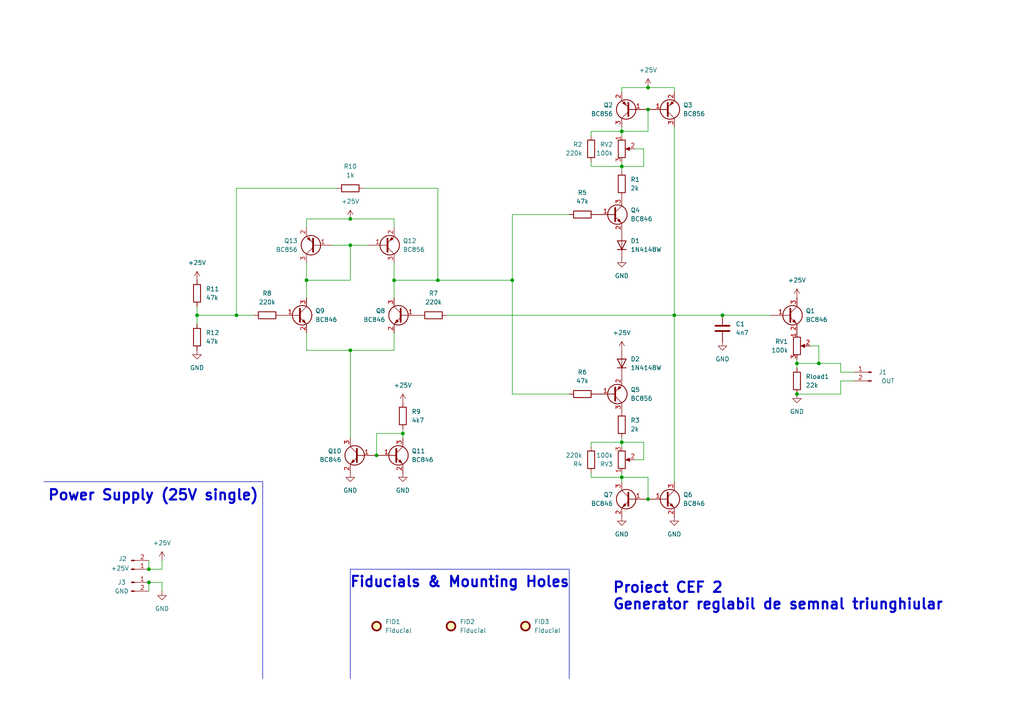
<source format=kicad_sch>
(kicad_sch
	(version 20231120)
	(generator "eeschema")
	(generator_version "8.0")
	(uuid "c68b5534-5b2d-4c05-9c42-f54d4d765f6e")
	(paper "A4")
	(title_block
		(title "Proiect CEF 2 - Generator reglabil de semnal triunghiular")
		(date "2024-10-30")
		(rev "1.0")
		(company "Fratu-Halunga Theodor (434C)")
	)
	(lib_symbols
		(symbol "Connector:Conn_01x02_Pin"
			(pin_names
				(offset 1.016) hide)
			(exclude_from_sim no)
			(in_bom yes)
			(on_board yes)
			(property "Reference" "J"
				(at 0 2.54 0)
				(effects
					(font
						(size 1.27 1.27)
					)
				)
			)
			(property "Value" "Conn_01x02_Pin"
				(at 0 -5.08 0)
				(effects
					(font
						(size 1.27 1.27)
					)
				)
			)
			(property "Footprint" ""
				(at 0 0 0)
				(effects
					(font
						(size 1.27 1.27)
					)
					(hide yes)
				)
			)
			(property "Datasheet" "~"
				(at 0 0 0)
				(effects
					(font
						(size 1.27 1.27)
					)
					(hide yes)
				)
			)
			(property "Description" "Generic connector, single row, 01x02, script generated"
				(at 0 0 0)
				(effects
					(font
						(size 1.27 1.27)
					)
					(hide yes)
				)
			)
			(property "ki_locked" ""
				(at 0 0 0)
				(effects
					(font
						(size 1.27 1.27)
					)
				)
			)
			(property "ki_keywords" "connector"
				(at 0 0 0)
				(effects
					(font
						(size 1.27 1.27)
					)
					(hide yes)
				)
			)
			(property "ki_fp_filters" "Connector*:*_1x??_*"
				(at 0 0 0)
				(effects
					(font
						(size 1.27 1.27)
					)
					(hide yes)
				)
			)
			(symbol "Conn_01x02_Pin_1_1"
				(polyline
					(pts
						(xy 1.27 -2.54) (xy 0.8636 -2.54)
					)
					(stroke
						(width 0.1524)
						(type default)
					)
					(fill
						(type none)
					)
				)
				(polyline
					(pts
						(xy 1.27 0) (xy 0.8636 0)
					)
					(stroke
						(width 0.1524)
						(type default)
					)
					(fill
						(type none)
					)
				)
				(rectangle
					(start 0.8636 -2.413)
					(end 0 -2.667)
					(stroke
						(width 0.1524)
						(type default)
					)
					(fill
						(type outline)
					)
				)
				(rectangle
					(start 0.8636 0.127)
					(end 0 -0.127)
					(stroke
						(width 0.1524)
						(type default)
					)
					(fill
						(type outline)
					)
				)
				(pin passive line
					(at 5.08 0 180)
					(length 3.81)
					(name "Pin_1"
						(effects
							(font
								(size 1.27 1.27)
							)
						)
					)
					(number "1"
						(effects
							(font
								(size 1.27 1.27)
							)
						)
					)
				)
				(pin passive line
					(at 5.08 -2.54 180)
					(length 3.81)
					(name "Pin_2"
						(effects
							(font
								(size 1.27 1.27)
							)
						)
					)
					(number "2"
						(effects
							(font
								(size 1.27 1.27)
							)
						)
					)
				)
			)
		)
		(symbol "Device:C"
			(pin_numbers hide)
			(pin_names
				(offset 0.254)
			)
			(exclude_from_sim no)
			(in_bom yes)
			(on_board yes)
			(property "Reference" "C"
				(at 0.635 2.54 0)
				(effects
					(font
						(size 1.27 1.27)
					)
					(justify left)
				)
			)
			(property "Value" "C"
				(at 0.635 -2.54 0)
				(effects
					(font
						(size 1.27 1.27)
					)
					(justify left)
				)
			)
			(property "Footprint" ""
				(at 0.9652 -3.81 0)
				(effects
					(font
						(size 1.27 1.27)
					)
					(hide yes)
				)
			)
			(property "Datasheet" "~"
				(at 0 0 0)
				(effects
					(font
						(size 1.27 1.27)
					)
					(hide yes)
				)
			)
			(property "Description" "Unpolarized capacitor"
				(at 0 0 0)
				(effects
					(font
						(size 1.27 1.27)
					)
					(hide yes)
				)
			)
			(property "ki_keywords" "cap capacitor"
				(at 0 0 0)
				(effects
					(font
						(size 1.27 1.27)
					)
					(hide yes)
				)
			)
			(property "ki_fp_filters" "C_*"
				(at 0 0 0)
				(effects
					(font
						(size 1.27 1.27)
					)
					(hide yes)
				)
			)
			(symbol "C_0_1"
				(polyline
					(pts
						(xy -2.032 -0.762) (xy 2.032 -0.762)
					)
					(stroke
						(width 0.508)
						(type default)
					)
					(fill
						(type none)
					)
				)
				(polyline
					(pts
						(xy -2.032 0.762) (xy 2.032 0.762)
					)
					(stroke
						(width 0.508)
						(type default)
					)
					(fill
						(type none)
					)
				)
			)
			(symbol "C_1_1"
				(pin passive line
					(at 0 3.81 270)
					(length 2.794)
					(name "~"
						(effects
							(font
								(size 1.27 1.27)
							)
						)
					)
					(number "1"
						(effects
							(font
								(size 1.27 1.27)
							)
						)
					)
				)
				(pin passive line
					(at 0 -3.81 90)
					(length 2.794)
					(name "~"
						(effects
							(font
								(size 1.27 1.27)
							)
						)
					)
					(number "2"
						(effects
							(font
								(size 1.27 1.27)
							)
						)
					)
				)
			)
		)
		(symbol "Device:R"
			(pin_numbers hide)
			(pin_names
				(offset 0)
			)
			(exclude_from_sim no)
			(in_bom yes)
			(on_board yes)
			(property "Reference" "R"
				(at 2.032 0 90)
				(effects
					(font
						(size 1.27 1.27)
					)
				)
			)
			(property "Value" "R"
				(at 0 0 90)
				(effects
					(font
						(size 1.27 1.27)
					)
				)
			)
			(property "Footprint" ""
				(at -1.778 0 90)
				(effects
					(font
						(size 1.27 1.27)
					)
					(hide yes)
				)
			)
			(property "Datasheet" "~"
				(at 0 0 0)
				(effects
					(font
						(size 1.27 1.27)
					)
					(hide yes)
				)
			)
			(property "Description" "Resistor"
				(at 0 0 0)
				(effects
					(font
						(size 1.27 1.27)
					)
					(hide yes)
				)
			)
			(property "ki_keywords" "R res resistor"
				(at 0 0 0)
				(effects
					(font
						(size 1.27 1.27)
					)
					(hide yes)
				)
			)
			(property "ki_fp_filters" "R_*"
				(at 0 0 0)
				(effects
					(font
						(size 1.27 1.27)
					)
					(hide yes)
				)
			)
			(symbol "R_0_1"
				(rectangle
					(start -1.016 -2.54)
					(end 1.016 2.54)
					(stroke
						(width 0.254)
						(type default)
					)
					(fill
						(type none)
					)
				)
			)
			(symbol "R_1_1"
				(pin passive line
					(at 0 3.81 270)
					(length 1.27)
					(name "~"
						(effects
							(font
								(size 1.27 1.27)
							)
						)
					)
					(number "1"
						(effects
							(font
								(size 1.27 1.27)
							)
						)
					)
				)
				(pin passive line
					(at 0 -3.81 90)
					(length 1.27)
					(name "~"
						(effects
							(font
								(size 1.27 1.27)
							)
						)
					)
					(number "2"
						(effects
							(font
								(size 1.27 1.27)
							)
						)
					)
				)
			)
		)
		(symbol "Device:R_Potentiometer"
			(pin_names
				(offset 1.016) hide)
			(exclude_from_sim no)
			(in_bom yes)
			(on_board yes)
			(property "Reference" "RV"
				(at -4.445 0 90)
				(effects
					(font
						(size 1.27 1.27)
					)
				)
			)
			(property "Value" "R_Potentiometer"
				(at -2.54 0 90)
				(effects
					(font
						(size 1.27 1.27)
					)
				)
			)
			(property "Footprint" ""
				(at 0 0 0)
				(effects
					(font
						(size 1.27 1.27)
					)
					(hide yes)
				)
			)
			(property "Datasheet" "~"
				(at 0 0 0)
				(effects
					(font
						(size 1.27 1.27)
					)
					(hide yes)
				)
			)
			(property "Description" "Potentiometer"
				(at 0 0 0)
				(effects
					(font
						(size 1.27 1.27)
					)
					(hide yes)
				)
			)
			(property "ki_keywords" "resistor variable"
				(at 0 0 0)
				(effects
					(font
						(size 1.27 1.27)
					)
					(hide yes)
				)
			)
			(property "ki_fp_filters" "Potentiometer*"
				(at 0 0 0)
				(effects
					(font
						(size 1.27 1.27)
					)
					(hide yes)
				)
			)
			(symbol "R_Potentiometer_0_1"
				(polyline
					(pts
						(xy 2.54 0) (xy 1.524 0)
					)
					(stroke
						(width 0)
						(type default)
					)
					(fill
						(type none)
					)
				)
				(polyline
					(pts
						(xy 1.143 0) (xy 2.286 0.508) (xy 2.286 -0.508) (xy 1.143 0)
					)
					(stroke
						(width 0)
						(type default)
					)
					(fill
						(type outline)
					)
				)
				(rectangle
					(start 1.016 2.54)
					(end -1.016 -2.54)
					(stroke
						(width 0.254)
						(type default)
					)
					(fill
						(type none)
					)
				)
			)
			(symbol "R_Potentiometer_1_1"
				(pin passive line
					(at 0 3.81 270)
					(length 1.27)
					(name "1"
						(effects
							(font
								(size 1.27 1.27)
							)
						)
					)
					(number "1"
						(effects
							(font
								(size 1.27 1.27)
							)
						)
					)
				)
				(pin passive line
					(at 3.81 0 180)
					(length 1.27)
					(name "2"
						(effects
							(font
								(size 1.27 1.27)
							)
						)
					)
					(number "2"
						(effects
							(font
								(size 1.27 1.27)
							)
						)
					)
				)
				(pin passive line
					(at 0 -3.81 90)
					(length 1.27)
					(name "3"
						(effects
							(font
								(size 1.27 1.27)
							)
						)
					)
					(number "3"
						(effects
							(font
								(size 1.27 1.27)
							)
						)
					)
				)
			)
		)
		(symbol "Diode:1N4148W"
			(pin_numbers hide)
			(pin_names hide)
			(exclude_from_sim no)
			(in_bom yes)
			(on_board yes)
			(property "Reference" "D"
				(at 0 2.54 0)
				(effects
					(font
						(size 1.27 1.27)
					)
				)
			)
			(property "Value" "1N4148W"
				(at 0 -2.54 0)
				(effects
					(font
						(size 1.27 1.27)
					)
				)
			)
			(property "Footprint" "Diode_SMD:D_SOD-123"
				(at 0 -4.445 0)
				(effects
					(font
						(size 1.27 1.27)
					)
					(hide yes)
				)
			)
			(property "Datasheet" "https://www.vishay.com/docs/85748/1n4148w.pdf"
				(at 0 0 0)
				(effects
					(font
						(size 1.27 1.27)
					)
					(hide yes)
				)
			)
			(property "Description" "75V 0.15A Fast Switching Diode, SOD-123"
				(at 0 0 0)
				(effects
					(font
						(size 1.27 1.27)
					)
					(hide yes)
				)
			)
			(property "Sim.Device" "D"
				(at 0 0 0)
				(effects
					(font
						(size 1.27 1.27)
					)
					(hide yes)
				)
			)
			(property "Sim.Pins" "1=K 2=A"
				(at 0 0 0)
				(effects
					(font
						(size 1.27 1.27)
					)
					(hide yes)
				)
			)
			(property "ki_keywords" "diode"
				(at 0 0 0)
				(effects
					(font
						(size 1.27 1.27)
					)
					(hide yes)
				)
			)
			(property "ki_fp_filters" "D*SOD?123*"
				(at 0 0 0)
				(effects
					(font
						(size 1.27 1.27)
					)
					(hide yes)
				)
			)
			(symbol "1N4148W_0_1"
				(polyline
					(pts
						(xy -1.27 1.27) (xy -1.27 -1.27)
					)
					(stroke
						(width 0.254)
						(type default)
					)
					(fill
						(type none)
					)
				)
				(polyline
					(pts
						(xy 1.27 0) (xy -1.27 0)
					)
					(stroke
						(width 0)
						(type default)
					)
					(fill
						(type none)
					)
				)
				(polyline
					(pts
						(xy 1.27 1.27) (xy 1.27 -1.27) (xy -1.27 0) (xy 1.27 1.27)
					)
					(stroke
						(width 0.254)
						(type default)
					)
					(fill
						(type none)
					)
				)
			)
			(symbol "1N4148W_1_1"
				(pin passive line
					(at -3.81 0 0)
					(length 2.54)
					(name "K"
						(effects
							(font
								(size 1.27 1.27)
							)
						)
					)
					(number "1"
						(effects
							(font
								(size 1.27 1.27)
							)
						)
					)
				)
				(pin passive line
					(at 3.81 0 180)
					(length 2.54)
					(name "A"
						(effects
							(font
								(size 1.27 1.27)
							)
						)
					)
					(number "2"
						(effects
							(font
								(size 1.27 1.27)
							)
						)
					)
				)
			)
		)
		(symbol "Mechanical:Fiducial"
			(exclude_from_sim no)
			(in_bom yes)
			(on_board yes)
			(property "Reference" "FID"
				(at 0 5.08 0)
				(effects
					(font
						(size 1.27 1.27)
					)
				)
			)
			(property "Value" "Fiducial"
				(at 0 3.175 0)
				(effects
					(font
						(size 1.27 1.27)
					)
				)
			)
			(property "Footprint" ""
				(at 0 0 0)
				(effects
					(font
						(size 1.27 1.27)
					)
					(hide yes)
				)
			)
			(property "Datasheet" "~"
				(at 0 0 0)
				(effects
					(font
						(size 1.27 1.27)
					)
					(hide yes)
				)
			)
			(property "Description" "Fiducial Marker"
				(at 0 0 0)
				(effects
					(font
						(size 1.27 1.27)
					)
					(hide yes)
				)
			)
			(property "ki_keywords" "fiducial marker"
				(at 0 0 0)
				(effects
					(font
						(size 1.27 1.27)
					)
					(hide yes)
				)
			)
			(property "ki_fp_filters" "Fiducial*"
				(at 0 0 0)
				(effects
					(font
						(size 1.27 1.27)
					)
					(hide yes)
				)
			)
			(symbol "Fiducial_0_1"
				(circle
					(center 0 0)
					(radius 1.27)
					(stroke
						(width 0.508)
						(type default)
					)
					(fill
						(type background)
					)
				)
			)
		)
		(symbol "Transistor_BJT:BC846"
			(pin_names
				(offset 0) hide)
			(exclude_from_sim no)
			(in_bom yes)
			(on_board yes)
			(property "Reference" "Q"
				(at 5.08 1.905 0)
				(effects
					(font
						(size 1.27 1.27)
					)
					(justify left)
				)
			)
			(property "Value" "BC846"
				(at 5.08 0 0)
				(effects
					(font
						(size 1.27 1.27)
					)
					(justify left)
				)
			)
			(property "Footprint" "Package_TO_SOT_SMD:SOT-23"
				(at 5.08 -1.905 0)
				(effects
					(font
						(size 1.27 1.27)
						(italic yes)
					)
					(justify left)
					(hide yes)
				)
			)
			(property "Datasheet" "https://assets.nexperia.com/documents/data-sheet/BC846_SER.pdf"
				(at 0 0 0)
				(effects
					(font
						(size 1.27 1.27)
					)
					(justify left)
					(hide yes)
				)
			)
			(property "Description" "0.1A Ic, 65V Vce, NPN Transistor, SOT-23"
				(at 0 0 0)
				(effects
					(font
						(size 1.27 1.27)
					)
					(hide yes)
				)
			)
			(property "ki_keywords" "NPN Transistor"
				(at 0 0 0)
				(effects
					(font
						(size 1.27 1.27)
					)
					(hide yes)
				)
			)
			(property "ki_fp_filters" "SOT?23*"
				(at 0 0 0)
				(effects
					(font
						(size 1.27 1.27)
					)
					(hide yes)
				)
			)
			(symbol "BC846_0_1"
				(polyline
					(pts
						(xy 0.635 0.635) (xy 2.54 2.54)
					)
					(stroke
						(width 0)
						(type default)
					)
					(fill
						(type none)
					)
				)
				(polyline
					(pts
						(xy 0.635 -0.635) (xy 2.54 -2.54) (xy 2.54 -2.54)
					)
					(stroke
						(width 0)
						(type default)
					)
					(fill
						(type none)
					)
				)
				(polyline
					(pts
						(xy 0.635 1.905) (xy 0.635 -1.905) (xy 0.635 -1.905)
					)
					(stroke
						(width 0.508)
						(type default)
					)
					(fill
						(type none)
					)
				)
				(polyline
					(pts
						(xy 1.27 -1.778) (xy 1.778 -1.27) (xy 2.286 -2.286) (xy 1.27 -1.778) (xy 1.27 -1.778)
					)
					(stroke
						(width 0)
						(type default)
					)
					(fill
						(type outline)
					)
				)
				(circle
					(center 1.27 0)
					(radius 2.8194)
					(stroke
						(width 0.254)
						(type default)
					)
					(fill
						(type none)
					)
				)
			)
			(symbol "BC846_1_1"
				(pin input line
					(at -5.08 0 0)
					(length 5.715)
					(name "B"
						(effects
							(font
								(size 1.27 1.27)
							)
						)
					)
					(number "1"
						(effects
							(font
								(size 1.27 1.27)
							)
						)
					)
				)
				(pin passive line
					(at 2.54 -5.08 90)
					(length 2.54)
					(name "E"
						(effects
							(font
								(size 1.27 1.27)
							)
						)
					)
					(number "2"
						(effects
							(font
								(size 1.27 1.27)
							)
						)
					)
				)
				(pin passive line
					(at 2.54 5.08 270)
					(length 2.54)
					(name "C"
						(effects
							(font
								(size 1.27 1.27)
							)
						)
					)
					(number "3"
						(effects
							(font
								(size 1.27 1.27)
							)
						)
					)
				)
			)
		)
		(symbol "Transistor_BJT:BC856"
			(pin_names
				(offset 0) hide)
			(exclude_from_sim no)
			(in_bom yes)
			(on_board yes)
			(property "Reference" "Q"
				(at 5.08 1.905 0)
				(effects
					(font
						(size 1.27 1.27)
					)
					(justify left)
				)
			)
			(property "Value" "BC856"
				(at 5.08 0 0)
				(effects
					(font
						(size 1.27 1.27)
					)
					(justify left)
				)
			)
			(property "Footprint" "Package_TO_SOT_SMD:SOT-23"
				(at 5.08 -1.905 0)
				(effects
					(font
						(size 1.27 1.27)
						(italic yes)
					)
					(justify left)
					(hide yes)
				)
			)
			(property "Datasheet" "https://www.onsemi.com/pub/Collateral/BC860-D.pdf"
				(at 0 0 0)
				(effects
					(font
						(size 1.27 1.27)
					)
					(justify left)
					(hide yes)
				)
			)
			(property "Description" "0.1A Ic, 65V Vce, PNP Transistor, SOT-23"
				(at 0 0 0)
				(effects
					(font
						(size 1.27 1.27)
					)
					(hide yes)
				)
			)
			(property "ki_keywords" "PNP transistor"
				(at 0 0 0)
				(effects
					(font
						(size 1.27 1.27)
					)
					(hide yes)
				)
			)
			(property "ki_fp_filters" "SOT?23*"
				(at 0 0 0)
				(effects
					(font
						(size 1.27 1.27)
					)
					(hide yes)
				)
			)
			(symbol "BC856_0_1"
				(polyline
					(pts
						(xy 0.635 0.635) (xy 2.54 2.54)
					)
					(stroke
						(width 0)
						(type default)
					)
					(fill
						(type none)
					)
				)
				(polyline
					(pts
						(xy 0.635 -0.635) (xy 2.54 -2.54) (xy 2.54 -2.54)
					)
					(stroke
						(width 0)
						(type default)
					)
					(fill
						(type none)
					)
				)
				(polyline
					(pts
						(xy 0.635 1.905) (xy 0.635 -1.905) (xy 0.635 -1.905)
					)
					(stroke
						(width 0.508)
						(type default)
					)
					(fill
						(type none)
					)
				)
				(polyline
					(pts
						(xy 2.286 -1.778) (xy 1.778 -2.286) (xy 1.27 -1.27) (xy 2.286 -1.778) (xy 2.286 -1.778)
					)
					(stroke
						(width 0)
						(type default)
					)
					(fill
						(type outline)
					)
				)
				(circle
					(center 1.27 0)
					(radius 2.8194)
					(stroke
						(width 0.254)
						(type default)
					)
					(fill
						(type none)
					)
				)
			)
			(symbol "BC856_1_1"
				(pin input line
					(at -5.08 0 0)
					(length 5.715)
					(name "B"
						(effects
							(font
								(size 1.27 1.27)
							)
						)
					)
					(number "1"
						(effects
							(font
								(size 1.27 1.27)
							)
						)
					)
				)
				(pin passive line
					(at 2.54 -5.08 90)
					(length 2.54)
					(name "E"
						(effects
							(font
								(size 1.27 1.27)
							)
						)
					)
					(number "2"
						(effects
							(font
								(size 1.27 1.27)
							)
						)
					)
				)
				(pin passive line
					(at 2.54 5.08 270)
					(length 2.54)
					(name "C"
						(effects
							(font
								(size 1.27 1.27)
							)
						)
					)
					(number "3"
						(effects
							(font
								(size 1.27 1.27)
							)
						)
					)
				)
			)
		)
		(symbol "power:+24V"
			(power)
			(pin_numbers hide)
			(pin_names
				(offset 0) hide)
			(exclude_from_sim no)
			(in_bom yes)
			(on_board yes)
			(property "Reference" "#PWR"
				(at 0 -3.81 0)
				(effects
					(font
						(size 1.27 1.27)
					)
					(hide yes)
				)
			)
			(property "Value" "+24V"
				(at 0 3.556 0)
				(effects
					(font
						(size 1.27 1.27)
					)
				)
			)
			(property "Footprint" ""
				(at 0 0 0)
				(effects
					(font
						(size 1.27 1.27)
					)
					(hide yes)
				)
			)
			(property "Datasheet" ""
				(at 0 0 0)
				(effects
					(font
						(size 1.27 1.27)
					)
					(hide yes)
				)
			)
			(property "Description" "Power symbol creates a global label with name \"+24V\""
				(at 0 0 0)
				(effects
					(font
						(size 1.27 1.27)
					)
					(hide yes)
				)
			)
			(property "ki_keywords" "global power"
				(at 0 0 0)
				(effects
					(font
						(size 1.27 1.27)
					)
					(hide yes)
				)
			)
			(symbol "+24V_0_1"
				(polyline
					(pts
						(xy -0.762 1.27) (xy 0 2.54)
					)
					(stroke
						(width 0)
						(type default)
					)
					(fill
						(type none)
					)
				)
				(polyline
					(pts
						(xy 0 0) (xy 0 2.54)
					)
					(stroke
						(width 0)
						(type default)
					)
					(fill
						(type none)
					)
				)
				(polyline
					(pts
						(xy 0 2.54) (xy 0.762 1.27)
					)
					(stroke
						(width 0)
						(type default)
					)
					(fill
						(type none)
					)
				)
			)
			(symbol "+24V_1_1"
				(pin power_in line
					(at 0 0 90)
					(length 0)
					(name "~"
						(effects
							(font
								(size 1.27 1.27)
							)
						)
					)
					(number "1"
						(effects
							(font
								(size 1.27 1.27)
							)
						)
					)
				)
			)
		)
		(symbol "power:GND"
			(power)
			(pin_numbers hide)
			(pin_names
				(offset 0) hide)
			(exclude_from_sim no)
			(in_bom yes)
			(on_board yes)
			(property "Reference" "#PWR"
				(at 0 -6.35 0)
				(effects
					(font
						(size 1.27 1.27)
					)
					(hide yes)
				)
			)
			(property "Value" "GND"
				(at 0 -3.81 0)
				(effects
					(font
						(size 1.27 1.27)
					)
				)
			)
			(property "Footprint" ""
				(at 0 0 0)
				(effects
					(font
						(size 1.27 1.27)
					)
					(hide yes)
				)
			)
			(property "Datasheet" ""
				(at 0 0 0)
				(effects
					(font
						(size 1.27 1.27)
					)
					(hide yes)
				)
			)
			(property "Description" "Power symbol creates a global label with name \"GND\" , ground"
				(at 0 0 0)
				(effects
					(font
						(size 1.27 1.27)
					)
					(hide yes)
				)
			)
			(property "ki_keywords" "global power"
				(at 0 0 0)
				(effects
					(font
						(size 1.27 1.27)
					)
					(hide yes)
				)
			)
			(symbol "GND_0_1"
				(polyline
					(pts
						(xy 0 0) (xy 0 -1.27) (xy 1.27 -1.27) (xy 0 -2.54) (xy -1.27 -1.27) (xy 0 -1.27)
					)
					(stroke
						(width 0)
						(type default)
					)
					(fill
						(type none)
					)
				)
			)
			(symbol "GND_1_1"
				(pin power_in line
					(at 0 0 270)
					(length 0)
					(name "~"
						(effects
							(font
								(size 1.27 1.27)
							)
						)
					)
					(number "1"
						(effects
							(font
								(size 1.27 1.27)
							)
						)
					)
				)
			)
		)
	)
	(junction
		(at 209.55 91.44)
		(diameter 0)
		(color 0 0 0 0)
		(uuid "00459265-ab6d-4df5-8074-6db4b61c22eb")
	)
	(junction
		(at 231.14 114.3)
		(diameter 0)
		(color 0 0 0 0)
		(uuid "01c3c674-0c7b-47af-9116-d77618b843f2")
	)
	(junction
		(at 180.34 128.27)
		(diameter 0)
		(color 0 0 0 0)
		(uuid "13871bb2-e961-42c9-98f4-c5a4f388f04c")
	)
	(junction
		(at 231.14 105.41)
		(diameter 0)
		(color 0 0 0 0)
		(uuid "3c2858e1-a3cc-411a-9dbc-0a06aa69eff4")
	)
	(junction
		(at 180.34 138.43)
		(diameter 0)
		(color 0 0 0 0)
		(uuid "3cdcb811-ad0e-44d0-bcca-ba45f5005b33")
	)
	(junction
		(at 57.15 91.44)
		(diameter 0)
		(color 0 0 0 0)
		(uuid "4054a3fd-e448-406d-b144-6031d0e5f727")
	)
	(junction
		(at 180.34 38.1)
		(diameter 0)
		(color 0 0 0 0)
		(uuid "4201c746-8a46-4710-82ae-b4b8cdf09292")
	)
	(junction
		(at 187.96 31.75)
		(diameter 0)
		(color 0 0 0 0)
		(uuid "423872f8-e47b-47c1-9c97-38c1da9b502e")
	)
	(junction
		(at 237.49 105.41)
		(diameter 0)
		(color 0 0 0 0)
		(uuid "504d0f8f-5176-4bc9-bd74-5ed3f1abf540")
	)
	(junction
		(at 109.22 132.08)
		(diameter 0)
		(color 0 0 0 0)
		(uuid "510bdc78-8730-467f-b118-aaa144a38e15")
	)
	(junction
		(at 195.58 91.44)
		(diameter 0)
		(color 0 0 0 0)
		(uuid "687af873-7ebe-4dc5-86fb-9a3d402e85b5")
	)
	(junction
		(at 68.58 91.44)
		(diameter 0)
		(color 0 0 0 0)
		(uuid "688514a3-19c6-424b-b60e-ca14e5c9387c")
	)
	(junction
		(at 88.9 81.28)
		(diameter 0)
		(color 0 0 0 0)
		(uuid "6bbbe6cf-d71c-4ec7-94dd-ae1bf28357fa")
	)
	(junction
		(at 187.96 144.78)
		(diameter 0)
		(color 0 0 0 0)
		(uuid "6d80af92-562a-487f-8100-964b0e7446b1")
	)
	(junction
		(at 114.3 81.28)
		(diameter 0)
		(color 0 0 0 0)
		(uuid "7132c519-169b-4c63-ac72-f046f14ca6fa")
	)
	(junction
		(at 180.34 48.26)
		(diameter 0)
		(color 0 0 0 0)
		(uuid "9b2a8097-7ad3-437c-a937-11387d6254ef")
	)
	(junction
		(at 101.6 101.6)
		(diameter 0)
		(color 0 0 0 0)
		(uuid "a5743bb9-d8ad-41e7-9431-ea32ec27484f")
	)
	(junction
		(at 116.84 125.73)
		(diameter 0)
		(color 0 0 0 0)
		(uuid "a61dc187-a12d-4a90-b9b4-6fb2e5269813")
	)
	(junction
		(at 148.59 81.28)
		(diameter 0)
		(color 0 0 0 0)
		(uuid "a9754849-9e09-40b5-8fc4-d72fab2b6a03")
	)
	(junction
		(at 127 81.28)
		(diameter 0)
		(color 0 0 0 0)
		(uuid "acd0395f-4b29-4c2a-b959-b7334fbdd209")
	)
	(junction
		(at 187.96 25.4)
		(diameter 0)
		(color 0 0 0 0)
		(uuid "b638c89e-7d64-4015-a97f-43fb7aab0bc6")
	)
	(junction
		(at 101.6 71.12)
		(diameter 0)
		(color 0 0 0 0)
		(uuid "cb0e2034-ffdf-421e-a7db-29d9ed083bba")
	)
	(junction
		(at 43.18 165.1)
		(diameter 0)
		(color 0 0 0 0)
		(uuid "d0437e91-2194-429b-a037-20df981aae87")
	)
	(junction
		(at 101.6 63.5)
		(diameter 0)
		(color 0 0 0 0)
		(uuid "d92f4106-b4f4-4d6f-af37-4da19cb32335")
	)
	(junction
		(at 43.18 168.91)
		(diameter 0)
		(color 0 0 0 0)
		(uuid "e729cd55-9094-4470-9a80-c8a946a113c4")
	)
	(wire
		(pts
			(xy 184.15 43.18) (xy 186.69 43.18)
		)
		(stroke
			(width 0)
			(type default)
		)
		(uuid "00e1f8b7-a979-452c-83d9-7af2dbfafc14")
	)
	(polyline
		(pts
			(xy 165.1 165.1) (xy 165.1 196.85)
		)
		(stroke
			(width 0)
			(type default)
		)
		(uuid "03cfc9d2-6b7b-4ca6-98ac-79627e58a2ec")
	)
	(wire
		(pts
			(xy 247.65 110.49) (xy 243.84 110.49)
		)
		(stroke
			(width 0)
			(type default)
		)
		(uuid "0cdeae1c-fbf2-4c55-985e-001c7488fdf9")
	)
	(wire
		(pts
			(xy 43.18 168.91) (xy 43.18 171.45)
		)
		(stroke
			(width 0)
			(type default)
		)
		(uuid "0efdc418-5d47-4623-b01c-b9cea4fb5708")
	)
	(wire
		(pts
			(xy 88.9 66.04) (xy 88.9 63.5)
		)
		(stroke
			(width 0)
			(type default)
		)
		(uuid "0f2bebdf-3127-4abd-b127-a3e04551f14a")
	)
	(wire
		(pts
			(xy 148.59 62.23) (xy 148.59 81.28)
		)
		(stroke
			(width 0)
			(type default)
		)
		(uuid "128b27d6-b43e-4fcb-be1d-3fdee27a7591")
	)
	(wire
		(pts
			(xy 171.45 137.16) (xy 171.45 138.43)
		)
		(stroke
			(width 0)
			(type default)
		)
		(uuid "1881e266-593e-4fc9-8191-09fe5c923809")
	)
	(wire
		(pts
			(xy 243.84 105.41) (xy 243.84 107.95)
		)
		(stroke
			(width 0)
			(type default)
		)
		(uuid "18e9fa44-a105-428e-a48f-b3830af88653")
	)
	(wire
		(pts
			(xy 180.34 26.67) (xy 180.34 25.4)
		)
		(stroke
			(width 0)
			(type default)
		)
		(uuid "191309cc-1119-47e4-8ce9-90f0557202a4")
	)
	(wire
		(pts
			(xy 184.15 133.35) (xy 186.69 133.35)
		)
		(stroke
			(width 0)
			(type default)
		)
		(uuid "1a783570-49c8-4bc8-8a0b-a6d918dab76f")
	)
	(wire
		(pts
			(xy 101.6 101.6) (xy 114.3 101.6)
		)
		(stroke
			(width 0)
			(type default)
		)
		(uuid "1b6d33eb-54dd-4907-9b68-1c009b3c4585")
	)
	(wire
		(pts
			(xy 46.99 168.91) (xy 46.99 171.45)
		)
		(stroke
			(width 0)
			(type default)
		)
		(uuid "1dac8e79-8429-4503-9846-33044c262be5")
	)
	(wire
		(pts
			(xy 171.45 128.27) (xy 180.34 128.27)
		)
		(stroke
			(width 0)
			(type default)
		)
		(uuid "2062dd49-23c8-442f-ac72-96dbb63ac935")
	)
	(wire
		(pts
			(xy 171.45 138.43) (xy 180.34 138.43)
		)
		(stroke
			(width 0)
			(type default)
		)
		(uuid "206949bf-b2fa-48af-bdec-720a1f8d1ab9")
	)
	(wire
		(pts
			(xy 68.58 54.61) (xy 68.58 91.44)
		)
		(stroke
			(width 0)
			(type default)
		)
		(uuid "22f68808-91e7-4096-9a1a-11b57230b58a")
	)
	(wire
		(pts
			(xy 88.9 81.28) (xy 101.6 81.28)
		)
		(stroke
			(width 0)
			(type default)
		)
		(uuid "256103d9-ce41-42d1-bc78-359144369ed6")
	)
	(wire
		(pts
			(xy 195.58 91.44) (xy 195.58 139.7)
		)
		(stroke
			(width 0)
			(type default)
		)
		(uuid "260139d3-39c8-4be8-8dda-c20a96ce5383")
	)
	(polyline
		(pts
			(xy 12.7 139.7) (xy 76.2 139.7)
		)
		(stroke
			(width 0)
			(type default)
		)
		(uuid "26f2ca48-b7d8-4b98-87be-11850ee4622b")
	)
	(wire
		(pts
			(xy 116.84 125.73) (xy 109.22 125.73)
		)
		(stroke
			(width 0)
			(type default)
		)
		(uuid "27ecf1d6-1ee9-464c-b05f-801d1d23add8")
	)
	(wire
		(pts
			(xy 165.1 62.23) (xy 148.59 62.23)
		)
		(stroke
			(width 0)
			(type default)
		)
		(uuid "29671539-f0a4-487c-845b-e64d666b8fa0")
	)
	(wire
		(pts
			(xy 209.55 91.44) (xy 223.52 91.44)
		)
		(stroke
			(width 0)
			(type default)
		)
		(uuid "3017109d-c990-47b7-af9c-2c69ca23c48c")
	)
	(wire
		(pts
			(xy 43.18 165.1) (xy 46.99 165.1)
		)
		(stroke
			(width 0)
			(type default)
		)
		(uuid "3345d187-3e9f-4f73-a6ad-6cf22904283b")
	)
	(wire
		(pts
			(xy 88.9 76.2) (xy 88.9 81.28)
		)
		(stroke
			(width 0)
			(type default)
		)
		(uuid "339f3d20-7e86-43cb-af8a-608d7be946d5")
	)
	(wire
		(pts
			(xy 171.45 129.54) (xy 171.45 128.27)
		)
		(stroke
			(width 0)
			(type default)
		)
		(uuid "37aa9454-1d45-4eeb-ba97-e9ac438da730")
	)
	(wire
		(pts
			(xy 186.69 133.35) (xy 186.69 128.27)
		)
		(stroke
			(width 0)
			(type default)
		)
		(uuid "39ae6a0e-e411-480f-9819-dd118e0639b9")
	)
	(wire
		(pts
			(xy 101.6 101.6) (xy 101.6 127)
		)
		(stroke
			(width 0)
			(type default)
		)
		(uuid "3a989271-4066-4aac-8bb2-da567e9dbc93")
	)
	(wire
		(pts
			(xy 105.41 54.61) (xy 127 54.61)
		)
		(stroke
			(width 0)
			(type default)
		)
		(uuid "40f3b047-1077-4742-9085-1016119a5ac7")
	)
	(wire
		(pts
			(xy 171.45 39.37) (xy 171.45 38.1)
		)
		(stroke
			(width 0)
			(type default)
		)
		(uuid "45e9c0ef-a784-490e-8bdf-0d8aa1d3960b")
	)
	(wire
		(pts
			(xy 187.96 31.75) (xy 187.96 38.1)
		)
		(stroke
			(width 0)
			(type default)
		)
		(uuid "46b61fb2-3c1a-4587-9395-251d7bed6e24")
	)
	(wire
		(pts
			(xy 43.18 162.56) (xy 43.18 165.1)
		)
		(stroke
			(width 0)
			(type default)
		)
		(uuid "46e26298-9ef9-4763-8970-1b519d221524")
	)
	(wire
		(pts
			(xy 165.1 114.3) (xy 148.59 114.3)
		)
		(stroke
			(width 0)
			(type default)
		)
		(uuid "47f0c16f-b52f-4a2f-ae83-a72cfb40f37b")
	)
	(wire
		(pts
			(xy 101.6 71.12) (xy 106.68 71.12)
		)
		(stroke
			(width 0)
			(type default)
		)
		(uuid "54298003-d9ff-4f53-8c04-90df1de1f1a4")
	)
	(wire
		(pts
			(xy 243.84 110.49) (xy 243.84 114.3)
		)
		(stroke
			(width 0)
			(type default)
		)
		(uuid "54f02c77-3653-48c2-ae3f-6085c3dace65")
	)
	(wire
		(pts
			(xy 171.45 46.99) (xy 171.45 48.26)
		)
		(stroke
			(width 0)
			(type default)
		)
		(uuid "579ec882-f60a-4f3a-bb90-ecec0d182386")
	)
	(wire
		(pts
			(xy 231.14 104.14) (xy 231.14 105.41)
		)
		(stroke
			(width 0)
			(type default)
		)
		(uuid "59779277-0a7e-4920-a1cf-d3147fef0eba")
	)
	(wire
		(pts
			(xy 195.58 25.4) (xy 195.58 26.67)
		)
		(stroke
			(width 0)
			(type default)
		)
		(uuid "5ba8c9ac-4568-410e-8f26-f98f519148b3")
	)
	(wire
		(pts
			(xy 73.66 91.44) (xy 68.58 91.44)
		)
		(stroke
			(width 0)
			(type default)
		)
		(uuid "5f678b9a-c421-47ee-af6c-915fb9bf3662")
	)
	(wire
		(pts
			(xy 43.18 168.91) (xy 46.99 168.91)
		)
		(stroke
			(width 0)
			(type default)
		)
		(uuid "66364b1f-581d-4810-b26a-a990c5b4ca65")
	)
	(wire
		(pts
			(xy 57.15 88.9) (xy 57.15 91.44)
		)
		(stroke
			(width 0)
			(type default)
		)
		(uuid "6e82cec2-d65e-42ab-b9f9-ccd681051f90")
	)
	(polyline
		(pts
			(xy 101.6 165.1) (xy 101.6 196.85)
		)
		(stroke
			(width 0)
			(type default)
		)
		(uuid "749c1995-3586-4bc7-ba09-5d212c5fbec3")
	)
	(wire
		(pts
			(xy 187.96 138.43) (xy 187.96 144.78)
		)
		(stroke
			(width 0)
			(type default)
		)
		(uuid "75edebee-0647-4509-b137-632bab7d5d7f")
	)
	(wire
		(pts
			(xy 114.3 76.2) (xy 114.3 81.28)
		)
		(stroke
			(width 0)
			(type default)
		)
		(uuid "7a608cb5-fe9d-4420-b1f8-19b9d2be1d64")
	)
	(wire
		(pts
			(xy 96.52 71.12) (xy 101.6 71.12)
		)
		(stroke
			(width 0)
			(type default)
		)
		(uuid "7a6a2549-6ec7-4ac2-8a12-2c0fea72de38")
	)
	(wire
		(pts
			(xy 180.34 25.4) (xy 187.96 25.4)
		)
		(stroke
			(width 0)
			(type default)
		)
		(uuid "7c2281ee-b0c1-44cf-b88c-be6493ff8c7d")
	)
	(wire
		(pts
			(xy 57.15 91.44) (xy 57.15 93.98)
		)
		(stroke
			(width 0)
			(type default)
		)
		(uuid "7d0544c0-5b62-40b8-85d3-15da8a2fdad0")
	)
	(wire
		(pts
			(xy 109.22 125.73) (xy 109.22 132.08)
		)
		(stroke
			(width 0)
			(type default)
		)
		(uuid "8723ee00-deab-4e5e-be45-53dcba990dbe")
	)
	(wire
		(pts
			(xy 148.59 81.28) (xy 148.59 114.3)
		)
		(stroke
			(width 0)
			(type default)
		)
		(uuid "89a95285-7981-4847-9f82-07b8132feaf2")
	)
	(wire
		(pts
			(xy 186.69 43.18) (xy 186.69 48.26)
		)
		(stroke
			(width 0)
			(type default)
		)
		(uuid "8bcb8392-3107-49d5-acb7-fa705c7416b3")
	)
	(wire
		(pts
			(xy 114.3 81.28) (xy 127 81.28)
		)
		(stroke
			(width 0)
			(type default)
		)
		(uuid "8c3a6191-122b-494b-81d7-1f3963726c13")
	)
	(wire
		(pts
			(xy 114.3 63.5) (xy 114.3 66.04)
		)
		(stroke
			(width 0)
			(type default)
		)
		(uuid "8f9b71f6-6af5-4d05-8fef-92388f048be6")
	)
	(wire
		(pts
			(xy 247.65 107.95) (xy 243.84 107.95)
		)
		(stroke
			(width 0)
			(type default)
		)
		(uuid "940d6737-20d7-4e2a-aa1b-e4c533f5e589")
	)
	(wire
		(pts
			(xy 68.58 91.44) (xy 57.15 91.44)
		)
		(stroke
			(width 0)
			(type default)
		)
		(uuid "94777349-923f-48bd-875f-e8f558b18116")
	)
	(wire
		(pts
			(xy 237.49 105.41) (xy 243.84 105.41)
		)
		(stroke
			(width 0)
			(type default)
		)
		(uuid "9553adbd-b6e3-4cf4-b99b-75024b09ee91")
	)
	(wire
		(pts
			(xy 195.58 36.83) (xy 195.58 91.44)
		)
		(stroke
			(width 0)
			(type default)
		)
		(uuid "955bd657-6f62-4175-97e3-1310c5b3a666")
	)
	(wire
		(pts
			(xy 234.95 100.33) (xy 237.49 100.33)
		)
		(stroke
			(width 0)
			(type default)
		)
		(uuid "9a30c341-44e2-44f0-af0c-121d2a0b96dc")
	)
	(wire
		(pts
			(xy 187.96 38.1) (xy 180.34 38.1)
		)
		(stroke
			(width 0)
			(type default)
		)
		(uuid "9d61a167-3b36-40e5-95dc-08a14ff1e606")
	)
	(wire
		(pts
			(xy 180.34 36.83) (xy 180.34 38.1)
		)
		(stroke
			(width 0)
			(type default)
		)
		(uuid "9e8a7d56-93ba-4a9b-ba5c-85b53d31a328")
	)
	(wire
		(pts
			(xy 180.34 128.27) (xy 186.69 128.27)
		)
		(stroke
			(width 0)
			(type default)
		)
		(uuid "9eb4b319-c333-4620-989f-a03f8afedd21")
	)
	(wire
		(pts
			(xy 180.34 48.26) (xy 186.69 48.26)
		)
		(stroke
			(width 0)
			(type default)
		)
		(uuid "a002b73c-a743-46a3-a9ad-391f13c2e2e9")
	)
	(wire
		(pts
			(xy 97.79 54.61) (xy 68.58 54.61)
		)
		(stroke
			(width 0)
			(type default)
		)
		(uuid "a0787ccb-7c61-4814-afb1-a519f9fb044a")
	)
	(wire
		(pts
			(xy 129.54 91.44) (xy 195.58 91.44)
		)
		(stroke
			(width 0)
			(type default)
		)
		(uuid "a227d974-bc50-43b0-9d04-8c6e9f0db984")
	)
	(wire
		(pts
			(xy 171.45 38.1) (xy 180.34 38.1)
		)
		(stroke
			(width 0)
			(type default)
		)
		(uuid "a6d6abfc-a56f-4982-9e16-39f2b8783645")
	)
	(wire
		(pts
			(xy 88.9 63.5) (xy 101.6 63.5)
		)
		(stroke
			(width 0)
			(type default)
		)
		(uuid "a97b0f01-9de3-461f-89d9-bf834a97b5a6")
	)
	(wire
		(pts
			(xy 101.6 71.12) (xy 101.6 81.28)
		)
		(stroke
			(width 0)
			(type default)
		)
		(uuid "a9abe9f6-813f-44b2-8f89-0bd6008ed4b2")
	)
	(wire
		(pts
			(xy 180.34 138.43) (xy 180.34 139.7)
		)
		(stroke
			(width 0)
			(type default)
		)
		(uuid "ad105a81-bbc7-4346-8bfd-b1e1dfbb05a6")
	)
	(wire
		(pts
			(xy 88.9 101.6) (xy 101.6 101.6)
		)
		(stroke
			(width 0)
			(type default)
		)
		(uuid "b26f3378-ae24-4cad-a5fb-c0ac1c9e8683")
	)
	(polyline
		(pts
			(xy 101.6 165.1) (xy 165.1 165.1)
		)
		(stroke
			(width 0)
			(type default)
		)
		(uuid "bac795d1-acaa-4a50-b66e-688a5307e60b")
	)
	(wire
		(pts
			(xy 88.9 81.28) (xy 88.9 86.36)
		)
		(stroke
			(width 0)
			(type default)
		)
		(uuid "bf5689cf-08e9-4408-baad-b8e44a6742db")
	)
	(wire
		(pts
			(xy 180.34 138.43) (xy 187.96 138.43)
		)
		(stroke
			(width 0)
			(type default)
		)
		(uuid "bf856a39-6303-41e3-9da3-dfaf77c426cf")
	)
	(wire
		(pts
			(xy 116.84 124.46) (xy 116.84 125.73)
		)
		(stroke
			(width 0)
			(type default)
		)
		(uuid "c403b0e5-d11a-41a7-8dbc-3efe949af7ac")
	)
	(wire
		(pts
			(xy 231.14 105.41) (xy 237.49 105.41)
		)
		(stroke
			(width 0)
			(type default)
		)
		(uuid "c4d5ac5d-2655-4738-8e7f-a945a935f146")
	)
	(wire
		(pts
			(xy 180.34 38.1) (xy 180.34 39.37)
		)
		(stroke
			(width 0)
			(type default)
		)
		(uuid "c591f30a-05da-47d9-9f82-645426ef1acc")
	)
	(wire
		(pts
			(xy 180.34 48.26) (xy 180.34 49.53)
		)
		(stroke
			(width 0)
			(type default)
		)
		(uuid "c8cdb7d1-fd1a-4f78-bd9b-dcbeba4bb364")
	)
	(polyline
		(pts
			(xy 76.2 139.7) (xy 76.2 196.85)
		)
		(stroke
			(width 0)
			(type default)
		)
		(uuid "ca176685-bdaf-4998-aedb-ae85a04cf36c")
	)
	(wire
		(pts
			(xy 231.14 114.3) (xy 243.84 114.3)
		)
		(stroke
			(width 0)
			(type default)
		)
		(uuid "d0ff73c7-ce6c-4ef1-9b7c-5e9006c5fa02")
	)
	(wire
		(pts
			(xy 180.34 129.54) (xy 180.34 128.27)
		)
		(stroke
			(width 0)
			(type default)
		)
		(uuid "d22a436d-7b39-4152-a851-b13d782ee858")
	)
	(wire
		(pts
			(xy 88.9 96.52) (xy 88.9 101.6)
		)
		(stroke
			(width 0)
			(type default)
		)
		(uuid "d6012bf4-5fdb-4209-bb00-3db08b3cbc12")
	)
	(wire
		(pts
			(xy 114.3 96.52) (xy 114.3 101.6)
		)
		(stroke
			(width 0)
			(type default)
		)
		(uuid "de03bc90-2aa8-4093-97d2-694854f8444c")
	)
	(wire
		(pts
			(xy 114.3 81.28) (xy 114.3 86.36)
		)
		(stroke
			(width 0)
			(type default)
		)
		(uuid "de43c43d-3d3b-4277-a539-4c57a5626f5f")
	)
	(wire
		(pts
			(xy 127 54.61) (xy 127 81.28)
		)
		(stroke
			(width 0)
			(type default)
		)
		(uuid "ded08463-08ed-40a1-a001-814fbe068f6e")
	)
	(wire
		(pts
			(xy 195.58 91.44) (xy 209.55 91.44)
		)
		(stroke
			(width 0)
			(type default)
		)
		(uuid "e0374ce7-ae04-45d3-904c-1f69205477cf")
	)
	(wire
		(pts
			(xy 231.14 105.41) (xy 231.14 106.68)
		)
		(stroke
			(width 0)
			(type default)
		)
		(uuid "e3a5bf7e-6290-4e6a-8c22-14d778a248dd")
	)
	(wire
		(pts
			(xy 46.99 162.56) (xy 46.99 165.1)
		)
		(stroke
			(width 0)
			(type default)
		)
		(uuid "e6e561ee-36be-49c7-ad69-00153bc7c950")
	)
	(wire
		(pts
			(xy 237.49 100.33) (xy 237.49 105.41)
		)
		(stroke
			(width 0)
			(type default)
		)
		(uuid "e7f9aa65-3f6c-4903-bb2e-c03b734ff127")
	)
	(wire
		(pts
			(xy 187.96 25.4) (xy 195.58 25.4)
		)
		(stroke
			(width 0)
			(type default)
		)
		(uuid "e83f1e76-123a-4d81-aae8-06dd558c19dd")
	)
	(wire
		(pts
			(xy 180.34 46.99) (xy 180.34 48.26)
		)
		(stroke
			(width 0)
			(type default)
		)
		(uuid "ea8678c8-1cfa-4819-9e01-0ea5e5bd649b")
	)
	(wire
		(pts
			(xy 180.34 138.43) (xy 180.34 137.16)
		)
		(stroke
			(width 0)
			(type default)
		)
		(uuid "f5db41a5-fb02-4a0f-a278-c8eee2205748")
	)
	(wire
		(pts
			(xy 101.6 63.5) (xy 114.3 63.5)
		)
		(stroke
			(width 0)
			(type default)
		)
		(uuid "f5dfd5f8-03d9-4849-9c87-741ae58b98e4")
	)
	(wire
		(pts
			(xy 180.34 127) (xy 180.34 128.27)
		)
		(stroke
			(width 0)
			(type default)
		)
		(uuid "f6974d60-2d6e-4153-9a5d-e9e51ead1a62")
	)
	(wire
		(pts
			(xy 127 81.28) (xy 148.59 81.28)
		)
		(stroke
			(width 0)
			(type default)
		)
		(uuid "f6ea0443-3e7b-49bf-91c6-97199f9c17ba")
	)
	(wire
		(pts
			(xy 171.45 48.26) (xy 180.34 48.26)
		)
		(stroke
			(width 0)
			(type default)
		)
		(uuid "fb5020d9-88c5-4335-83ef-127bc29b8478")
	)
	(wire
		(pts
			(xy 116.84 125.73) (xy 116.84 127)
		)
		(stroke
			(width 0)
			(type default)
		)
		(uuid "fc5bfd4a-2c4f-48b4-b569-a789995be486")
	)
	(text "Power Supply (25V single)"
		(exclude_from_sim no)
		(at 44.45 143.764 0)
		(effects
			(font
				(size 3 3)
				(thickness 0.6)
				(bold yes)
			)
		)
		(uuid "3c54c243-e16e-492c-8672-b537a7cc8dd5")
	)
	(text "Proiect CEF 2\nGenerator reglabil de semnal triunghiular"
		(exclude_from_sim no)
		(at 177.546 172.974 0)
		(effects
			(font
				(size 3 3)
				(thickness 0.6)
				(bold yes)
			)
			(justify left)
		)
		(uuid "6c2b5947-c2fc-4ae0-b81e-7e24aa7c737a")
	)
	(text "Fiducials & Mounting Holes"
		(exclude_from_sim no)
		(at 133.35 168.91 0)
		(effects
			(font
				(size 3 3)
				(thickness 0.6)
				(bold yes)
			)
		)
		(uuid "7f252583-d542-40bc-a212-16fab20807d0")
	)
	(symbol
		(lib_id "Transistor_BJT:BC846")
		(at 193.04 144.78 0)
		(unit 1)
		(exclude_from_sim no)
		(in_bom yes)
		(on_board yes)
		(dnp no)
		(fields_autoplaced yes)
		(uuid "01b0840a-f0d5-4d8f-ba9f-82e09c38dd21")
		(property "Reference" "Q6"
			(at 198.12 143.5099 0)
			(effects
				(font
					(size 1.27 1.27)
				)
				(justify left)
			)
		)
		(property "Value" "BC846"
			(at 198.12 146.0499 0)
			(effects
				(font
					(size 1.27 1.27)
				)
				(justify left)
			)
		)
		(property "Footprint" "Package_TO_SOT_SMD:SOT-23"
			(at 198.12 146.685 0)
			(effects
				(font
					(size 1.27 1.27)
					(italic yes)
				)
				(justify left)
				(hide yes)
			)
		)
		(property "Datasheet" "https://assets.nexperia.com/documents/data-sheet/BC846_SER.pdf"
			(at 193.04 144.78 0)
			(effects
				(font
					(size 1.27 1.27)
				)
				(justify left)
				(hide yes)
			)
		)
		(property "Description" "0.1A Ic, 65V Vce, NPN Transistor, SOT-23"
			(at 193.04 144.78 0)
			(effects
				(font
					(size 1.27 1.27)
				)
				(hide yes)
			)
		)
		(pin "2"
			(uuid "1b9d2dbb-c838-414d-ad21-265a8d97f853")
		)
		(pin "1"
			(uuid "8f3d67a6-134d-47fb-a393-edea53161490")
		)
		(pin "3"
			(uuid "9b7b7029-eaf1-4f4d-ab7b-6beb5306e0e6")
		)
		(instances
			(project "Proiect1"
				(path "/c68b5534-5b2d-4c05-9c42-f54d4d765f6e"
					(reference "Q6")
					(unit 1)
				)
			)
		)
	)
	(symbol
		(lib_id "Mechanical:Fiducial")
		(at 109.22 181.61 0)
		(unit 1)
		(exclude_from_sim no)
		(in_bom yes)
		(on_board yes)
		(dnp no)
		(fields_autoplaced yes)
		(uuid "01e05e52-2360-468b-a954-aa95d043489d")
		(property "Reference" "FID1"
			(at 111.76 180.3399 0)
			(effects
				(font
					(size 1.27 1.27)
				)
				(justify left)
			)
		)
		(property "Value" "Fiducial"
			(at 111.76 182.8799 0)
			(effects
				(font
					(size 1.27 1.27)
				)
				(justify left)
			)
		)
		(property "Footprint" "Fiducial:Fiducial_1mm_Mask2mm"
			(at 109.22 181.61 0)
			(effects
				(font
					(size 1.27 1.27)
				)
				(hide yes)
			)
		)
		(property "Datasheet" "~"
			(at 109.22 181.61 0)
			(effects
				(font
					(size 1.27 1.27)
				)
				(hide yes)
			)
		)
		(property "Description" "Fiducial Marker"
			(at 109.22 181.61 0)
			(effects
				(font
					(size 1.27 1.27)
				)
				(hide yes)
			)
		)
		(instances
			(project "Proiect1"
				(path "/c68b5534-5b2d-4c05-9c42-f54d4d765f6e"
					(reference "FID1")
					(unit 1)
				)
			)
		)
	)
	(symbol
		(lib_id "power:+24V")
		(at 46.99 162.56 0)
		(unit 1)
		(exclude_from_sim no)
		(in_bom yes)
		(on_board yes)
		(dnp no)
		(fields_autoplaced yes)
		(uuid "055d5dbd-657b-4b8b-bd1b-373136cea5b2")
		(property "Reference" "#PWR015"
			(at 46.99 166.37 0)
			(effects
				(font
					(size 1.27 1.27)
				)
				(hide yes)
			)
		)
		(property "Value" "+25V"
			(at 46.99 157.48 0)
			(effects
				(font
					(size 1.27 1.27)
				)
			)
		)
		(property "Footprint" ""
			(at 46.99 162.56 0)
			(effects
				(font
					(size 1.27 1.27)
				)
				(hide yes)
			)
		)
		(property "Datasheet" ""
			(at 46.99 162.56 0)
			(effects
				(font
					(size 1.27 1.27)
				)
				(hide yes)
			)
		)
		(property "Description" "Power symbol creates a global label with name \"+24V\""
			(at 46.99 162.56 0)
			(effects
				(font
					(size 1.27 1.27)
				)
				(hide yes)
			)
		)
		(pin "1"
			(uuid "0cc225ec-635a-4038-a347-3add2ffd9095")
		)
		(instances
			(project "Proiect1"
				(path "/c68b5534-5b2d-4c05-9c42-f54d4d765f6e"
					(reference "#PWR015")
					(unit 1)
				)
			)
		)
	)
	(symbol
		(lib_id "Connector:Conn_01x02_Pin")
		(at 252.73 107.95 0)
		(mirror y)
		(unit 1)
		(exclude_from_sim no)
		(in_bom yes)
		(on_board yes)
		(dnp no)
		(uuid "06b21a06-38e8-4737-9ebd-c7b01f99f4a9")
		(property "Reference" "J1"
			(at 256.032 107.95 0)
			(effects
				(font
					(size 1.27 1.27)
				)
			)
		)
		(property "Value" "OUT"
			(at 257.556 110.49 0)
			(effects
				(font
					(size 1.27 1.27)
				)
			)
		)
		(property "Footprint" "Connector_PinHeader_2.00mm:PinHeader_1x02_P2.00mm_Vertical_SMD_Pin1Left"
			(at 252.73 107.95 0)
			(effects
				(font
					(size 1.27 1.27)
				)
				(hide yes)
			)
		)
		(property "Datasheet" "~"
			(at 252.73 107.95 0)
			(effects
				(font
					(size 1.27 1.27)
				)
				(hide yes)
			)
		)
		(property "Description" "Generic connector, single row, 01x02, script generated"
			(at 252.73 107.95 0)
			(effects
				(font
					(size 1.27 1.27)
				)
				(hide yes)
			)
		)
		(pin "1"
			(uuid "d67e4204-b255-472d-ae08-7135060fb1aa")
		)
		(pin "2"
			(uuid "a7db9ec0-4951-44d6-8c7a-e478bb8b52b6")
		)
		(instances
			(project "Proiect1"
				(path "/c68b5534-5b2d-4c05-9c42-f54d4d765f6e"
					(reference "J1")
					(unit 1)
				)
			)
		)
	)
	(symbol
		(lib_id "Device:R")
		(at 168.91 114.3 90)
		(unit 1)
		(exclude_from_sim no)
		(in_bom yes)
		(on_board yes)
		(dnp no)
		(fields_autoplaced yes)
		(uuid "07eb73ea-4dba-47e8-8cf6-48c6bb734ca6")
		(property "Reference" "R6"
			(at 168.91 107.95 90)
			(effects
				(font
					(size 1.27 1.27)
				)
			)
		)
		(property "Value" "47k"
			(at 168.91 110.49 90)
			(effects
				(font
					(size 1.27 1.27)
				)
			)
		)
		(property "Footprint" "Resistor_SMD:R_0805_2012Metric"
			(at 168.91 116.078 90)
			(effects
				(font
					(size 1.27 1.27)
				)
				(hide yes)
			)
		)
		(property "Datasheet" "~"
			(at 168.91 114.3 0)
			(effects
				(font
					(size 1.27 1.27)
				)
				(hide yes)
			)
		)
		(property "Description" "Resistor"
			(at 168.91 114.3 0)
			(effects
				(font
					(size 1.27 1.27)
				)
				(hide yes)
			)
		)
		(pin "1"
			(uuid "af93e825-211b-4c1c-9342-bf1c2f9698f5")
		)
		(pin "2"
			(uuid "b9445c09-5d79-46c0-8ee3-755d975c94c1")
		)
		(instances
			(project "Proiect1"
				(path "/c68b5534-5b2d-4c05-9c42-f54d4d765f6e"
					(reference "R6")
					(unit 1)
				)
			)
		)
	)
	(symbol
		(lib_id "Device:R")
		(at 231.14 110.49 0)
		(unit 1)
		(exclude_from_sim no)
		(in_bom yes)
		(on_board yes)
		(dnp no)
		(fields_autoplaced yes)
		(uuid "07f4a279-0bf8-417e-a8b0-1a5e1b394f4f")
		(property "Reference" "Rload1"
			(at 233.68 109.2199 0)
			(effects
				(font
					(size 1.27 1.27)
				)
				(justify left)
			)
		)
		(property "Value" "22k"
			(at 233.68 111.7599 0)
			(effects
				(font
					(size 1.27 1.27)
				)
				(justify left)
			)
		)
		(property "Footprint" "Resistor_SMD:R_0805_2012Metric"
			(at 229.362 110.49 90)
			(effects
				(font
					(size 1.27 1.27)
				)
				(hide yes)
			)
		)
		(property "Datasheet" "~"
			(at 231.14 110.49 0)
			(effects
				(font
					(size 1.27 1.27)
				)
				(hide yes)
			)
		)
		(property "Description" "Resistor"
			(at 231.14 110.49 0)
			(effects
				(font
					(size 1.27 1.27)
				)
				(hide yes)
			)
		)
		(pin "1"
			(uuid "1f22a45d-e805-4aa6-87e5-ae0bf221001f")
		)
		(pin "2"
			(uuid "889748a7-51a1-4d0d-a494-8a6248d48c4a")
		)
		(instances
			(project "Proiect1"
				(path "/c68b5534-5b2d-4c05-9c42-f54d4d765f6e"
					(reference "Rload1")
					(unit 1)
				)
			)
		)
	)
	(symbol
		(lib_id "power:+24V")
		(at 101.6 63.5 0)
		(unit 1)
		(exclude_from_sim no)
		(in_bom yes)
		(on_board yes)
		(dnp no)
		(fields_autoplaced yes)
		(uuid "0abf5f7c-0af2-47b6-9837-107918c045e4")
		(property "Reference" "#PWR012"
			(at 101.6 67.31 0)
			(effects
				(font
					(size 1.27 1.27)
				)
				(hide yes)
			)
		)
		(property "Value" "+25V"
			(at 101.6 58.42 0)
			(effects
				(font
					(size 1.27 1.27)
				)
			)
		)
		(property "Footprint" ""
			(at 101.6 63.5 0)
			(effects
				(font
					(size 1.27 1.27)
				)
				(hide yes)
			)
		)
		(property "Datasheet" ""
			(at 101.6 63.5 0)
			(effects
				(font
					(size 1.27 1.27)
				)
				(hide yes)
			)
		)
		(property "Description" "Power symbol creates a global label with name \"+24V\""
			(at 101.6 63.5 0)
			(effects
				(font
					(size 1.27 1.27)
				)
				(hide yes)
			)
		)
		(pin "1"
			(uuid "8cab4ef8-441d-4666-b6e1-bb3fc6883680")
		)
		(instances
			(project "Proiect1"
				(path "/c68b5534-5b2d-4c05-9c42-f54d4d765f6e"
					(reference "#PWR012")
					(unit 1)
				)
			)
		)
	)
	(symbol
		(lib_id "Transistor_BJT:BC846")
		(at 228.6 91.44 0)
		(unit 1)
		(exclude_from_sim no)
		(in_bom yes)
		(on_board yes)
		(dnp no)
		(fields_autoplaced yes)
		(uuid "0d443c9d-695b-4291-9f9b-7936fd8f2f30")
		(property "Reference" "Q1"
			(at 233.68 90.1699 0)
			(effects
				(font
					(size 1.27 1.27)
				)
				(justify left)
			)
		)
		(property "Value" "BC846"
			(at 233.68 92.7099 0)
			(effects
				(font
					(size 1.27 1.27)
				)
				(justify left)
			)
		)
		(property "Footprint" "Package_TO_SOT_SMD:SOT-23"
			(at 233.68 93.345 0)
			(effects
				(font
					(size 1.27 1.27)
					(italic yes)
				)
				(justify left)
				(hide yes)
			)
		)
		(property "Datasheet" "https://assets.nexperia.com/documents/data-sheet/BC846_SER.pdf"
			(at 228.6 91.44 0)
			(effects
				(font
					(size 1.27 1.27)
				)
				(justify left)
				(hide yes)
			)
		)
		(property "Description" "0.1A Ic, 65V Vce, NPN Transistor, SOT-23"
			(at 228.6 91.44 0)
			(effects
				(font
					(size 1.27 1.27)
				)
				(hide yes)
			)
		)
		(pin "2"
			(uuid "c86afdcd-4254-410c-9188-3a7a2ccb9460")
		)
		(pin "1"
			(uuid "fd5281d3-a7de-47cd-9493-8c3a57e26358")
		)
		(pin "3"
			(uuid "62fb2273-6b2f-4db5-a132-ea814aa657f6")
		)
		(instances
			(project "Proiect1"
				(path "/c68b5534-5b2d-4c05-9c42-f54d4d765f6e"
					(reference "Q1")
					(unit 1)
				)
			)
		)
	)
	(symbol
		(lib_id "power:GND")
		(at 231.14 114.3 0)
		(unit 1)
		(exclude_from_sim no)
		(in_bom yes)
		(on_board yes)
		(dnp no)
		(fields_autoplaced yes)
		(uuid "0e01ad43-e2cb-477f-93f8-b1052f891492")
		(property "Reference" "#PWR02"
			(at 231.14 120.65 0)
			(effects
				(font
					(size 1.27 1.27)
				)
				(hide yes)
			)
		)
		(property "Value" "GND"
			(at 231.14 119.38 0)
			(effects
				(font
					(size 1.27 1.27)
				)
			)
		)
		(property "Footprint" ""
			(at 231.14 114.3 0)
			(effects
				(font
					(size 1.27 1.27)
				)
				(hide yes)
			)
		)
		(property "Datasheet" ""
			(at 231.14 114.3 0)
			(effects
				(font
					(size 1.27 1.27)
				)
				(hide yes)
			)
		)
		(property "Description" "Power symbol creates a global label with name \"GND\" , ground"
			(at 231.14 114.3 0)
			(effects
				(font
					(size 1.27 1.27)
				)
				(hide yes)
			)
		)
		(pin "1"
			(uuid "ae6af100-3a04-4118-8929-0bdee6b287e7")
		)
		(instances
			(project "Proiect1"
				(path "/c68b5534-5b2d-4c05-9c42-f54d4d765f6e"
					(reference "#PWR02")
					(unit 1)
				)
			)
		)
	)
	(symbol
		(lib_id "Transistor_BJT:BC846")
		(at 116.84 91.44 0)
		(mirror y)
		(unit 1)
		(exclude_from_sim no)
		(in_bom yes)
		(on_board yes)
		(dnp no)
		(uuid "10850ecf-c923-44dc-ac45-89ea40af5432")
		(property "Reference" "Q8"
			(at 111.76 90.1699 0)
			(effects
				(font
					(size 1.27 1.27)
				)
				(justify left)
			)
		)
		(property "Value" "BC846"
			(at 111.76 92.7099 0)
			(effects
				(font
					(size 1.27 1.27)
				)
				(justify left)
			)
		)
		(property "Footprint" "Package_TO_SOT_SMD:SOT-23"
			(at 111.76 93.345 0)
			(effects
				(font
					(size 1.27 1.27)
					(italic yes)
				)
				(justify left)
				(hide yes)
			)
		)
		(property "Datasheet" "https://assets.nexperia.com/documents/data-sheet/BC846_SER.pdf"
			(at 116.84 91.44 0)
			(effects
				(font
					(size 1.27 1.27)
				)
				(justify left)
				(hide yes)
			)
		)
		(property "Description" "0.1A Ic, 65V Vce, NPN Transistor, SOT-23"
			(at 116.84 91.44 0)
			(effects
				(font
					(size 1.27 1.27)
				)
				(hide yes)
			)
		)
		(pin "2"
			(uuid "d1957418-835f-4c39-8302-c54e49445c53")
		)
		(pin "1"
			(uuid "eb850e00-84c6-46d0-84c2-11c8c1b69ac9")
		)
		(pin "3"
			(uuid "5918f0bb-e312-4acd-af24-b388dbe473ee")
		)
		(instances
			(project "Proiect1"
				(path "/c68b5534-5b2d-4c05-9c42-f54d4d765f6e"
					(reference "Q8")
					(unit 1)
				)
			)
		)
	)
	(symbol
		(lib_id "power:GND")
		(at 116.84 137.16 0)
		(unit 1)
		(exclude_from_sim no)
		(in_bom yes)
		(on_board yes)
		(dnp no)
		(fields_autoplaced yes)
		(uuid "11135cf1-6501-4728-8a60-7abccc0c8245")
		(property "Reference" "#PWR010"
			(at 116.84 143.51 0)
			(effects
				(font
					(size 1.27 1.27)
				)
				(hide yes)
			)
		)
		(property "Value" "GND"
			(at 116.84 142.24 0)
			(effects
				(font
					(size 1.27 1.27)
				)
			)
		)
		(property "Footprint" ""
			(at 116.84 137.16 0)
			(effects
				(font
					(size 1.27 1.27)
				)
				(hide yes)
			)
		)
		(property "Datasheet" ""
			(at 116.84 137.16 0)
			(effects
				(font
					(size 1.27 1.27)
				)
				(hide yes)
			)
		)
		(property "Description" "Power symbol creates a global label with name \"GND\" , ground"
			(at 116.84 137.16 0)
			(effects
				(font
					(size 1.27 1.27)
				)
				(hide yes)
			)
		)
		(pin "1"
			(uuid "4fe66907-824e-408d-8aab-dacc96057c1a")
		)
		(instances
			(project "Proiect1"
				(path "/c68b5534-5b2d-4c05-9c42-f54d4d765f6e"
					(reference "#PWR010")
					(unit 1)
				)
			)
		)
	)
	(symbol
		(lib_id "Mechanical:Fiducial")
		(at 152.4 181.61 0)
		(unit 1)
		(exclude_from_sim no)
		(in_bom yes)
		(on_board yes)
		(dnp no)
		(fields_autoplaced yes)
		(uuid "11a2e6cd-de91-4506-9caa-6f97ff2ee2d3")
		(property "Reference" "FID3"
			(at 154.94 180.3399 0)
			(effects
				(font
					(size 1.27 1.27)
				)
				(justify left)
			)
		)
		(property "Value" "Fiducial"
			(at 154.94 182.8799 0)
			(effects
				(font
					(size 1.27 1.27)
				)
				(justify left)
			)
		)
		(property "Footprint" "Fiducial:Fiducial_1mm_Mask2mm"
			(at 152.4 181.61 0)
			(effects
				(font
					(size 1.27 1.27)
				)
				(hide yes)
			)
		)
		(property "Datasheet" "~"
			(at 152.4 181.61 0)
			(effects
				(font
					(size 1.27 1.27)
				)
				(hide yes)
			)
		)
		(property "Description" "Fiducial Marker"
			(at 152.4 181.61 0)
			(effects
				(font
					(size 1.27 1.27)
				)
				(hide yes)
			)
		)
		(instances
			(project "Proiect1"
				(path "/c68b5534-5b2d-4c05-9c42-f54d4d765f6e"
					(reference "FID3")
					(unit 1)
				)
			)
		)
	)
	(symbol
		(lib_id "Diode:1N4148W")
		(at 180.34 105.41 90)
		(unit 1)
		(exclude_from_sim no)
		(in_bom yes)
		(on_board yes)
		(dnp no)
		(fields_autoplaced yes)
		(uuid "12ef64ac-e915-463f-9e9e-4674077b5533")
		(property "Reference" "D2"
			(at 182.88 104.1399 90)
			(effects
				(font
					(size 1.27 1.27)
				)
				(justify right)
			)
		)
		(property "Value" "1N4148W"
			(at 182.88 106.6799 90)
			(effects
				(font
					(size 1.27 1.27)
				)
				(justify right)
			)
		)
		(property "Footprint" "Diode_SMD:D_0805_2012Metric"
			(at 184.785 105.41 0)
			(effects
				(font
					(size 1.27 1.27)
				)
				(hide yes)
			)
		)
		(property "Datasheet" "https://www.vishay.com/docs/85748/1n4148w.pdf"
			(at 180.34 105.41 0)
			(effects
				(font
					(size 1.27 1.27)
				)
				(hide yes)
			)
		)
		(property "Description" "75V 0.15A Fast Switching Diode, SOD-123"
			(at 180.34 105.41 0)
			(effects
				(font
					(size 1.27 1.27)
				)
				(hide yes)
			)
		)
		(property "Sim.Device" "D"
			(at 180.34 105.41 0)
			(effects
				(font
					(size 1.27 1.27)
				)
				(hide yes)
			)
		)
		(property "Sim.Pins" "1=K 2=A"
			(at 180.34 105.41 0)
			(effects
				(font
					(size 1.27 1.27)
				)
				(hide yes)
			)
		)
		(pin "1"
			(uuid "d6a6e0cd-d255-4217-a4f5-d702537b003a")
		)
		(pin "2"
			(uuid "4cce5cf1-6fdd-4b2d-a30d-ac1b1e86dd46")
		)
		(instances
			(project "Proiect1"
				(path "/c68b5534-5b2d-4c05-9c42-f54d4d765f6e"
					(reference "D2")
					(unit 1)
				)
			)
		)
	)
	(symbol
		(lib_id "power:GND")
		(at 46.99 171.45 0)
		(unit 1)
		(exclude_from_sim no)
		(in_bom yes)
		(on_board yes)
		(dnp no)
		(fields_autoplaced yes)
		(uuid "13dddfcf-208e-49f8-bc18-5c243bdb82c9")
		(property "Reference" "#PWR016"
			(at 46.99 177.8 0)
			(effects
				(font
					(size 1.27 1.27)
				)
				(hide yes)
			)
		)
		(property "Value" "GND"
			(at 46.99 176.53 0)
			(effects
				(font
					(size 1.27 1.27)
				)
			)
		)
		(property "Footprint" ""
			(at 46.99 171.45 0)
			(effects
				(font
					(size 1.27 1.27)
				)
				(hide yes)
			)
		)
		(property "Datasheet" ""
			(at 46.99 171.45 0)
			(effects
				(font
					(size 1.27 1.27)
				)
				(hide yes)
			)
		)
		(property "Description" "Power symbol creates a global label with name \"GND\" , ground"
			(at 46.99 171.45 0)
			(effects
				(font
					(size 1.27 1.27)
				)
				(hide yes)
			)
		)
		(pin "1"
			(uuid "dba6658e-a4bf-40bb-b5c1-3081d5b2e798")
		)
		(instances
			(project "Proiect1"
				(path "/c68b5534-5b2d-4c05-9c42-f54d4d765f6e"
					(reference "#PWR016")
					(unit 1)
				)
			)
		)
	)
	(symbol
		(lib_id "Device:R")
		(at 171.45 133.35 180)
		(unit 1)
		(exclude_from_sim no)
		(in_bom yes)
		(on_board yes)
		(dnp no)
		(uuid "1a7360d9-e185-44d8-a4cf-3f9f0b91235b")
		(property "Reference" "R4"
			(at 168.91 134.6201 0)
			(effects
				(font
					(size 1.27 1.27)
				)
				(justify left)
			)
		)
		(property "Value" "220k"
			(at 168.91 132.0801 0)
			(effects
				(font
					(size 1.27 1.27)
				)
				(justify left)
			)
		)
		(property "Footprint" "Resistor_SMD:R_0805_2012Metric"
			(at 173.228 133.35 90)
			(effects
				(font
					(size 1.27 1.27)
				)
				(hide yes)
			)
		)
		(property "Datasheet" "~"
			(at 171.45 133.35 0)
			(effects
				(font
					(size 1.27 1.27)
				)
				(hide yes)
			)
		)
		(property "Description" "Resistor"
			(at 171.45 133.35 0)
			(effects
				(font
					(size 1.27 1.27)
				)
				(hide yes)
			)
		)
		(pin "1"
			(uuid "e209e227-692e-4342-8c4b-68df3930e360")
		)
		(pin "2"
			(uuid "3fa2df64-dbe8-4510-82bd-735c522d5449")
		)
		(instances
			(project "Proiect1"
				(path "/c68b5534-5b2d-4c05-9c42-f54d4d765f6e"
					(reference "R4")
					(unit 1)
				)
			)
		)
	)
	(symbol
		(lib_id "power:+24V")
		(at 180.34 101.6 0)
		(unit 1)
		(exclude_from_sim no)
		(in_bom yes)
		(on_board yes)
		(dnp no)
		(fields_autoplaced yes)
		(uuid "1b88bc74-a14b-421e-90ed-b0f741d92ae0")
		(property "Reference" "#PWR06"
			(at 180.34 105.41 0)
			(effects
				(font
					(size 1.27 1.27)
				)
				(hide yes)
			)
		)
		(property "Value" "+25V"
			(at 180.34 96.52 0)
			(effects
				(font
					(size 1.27 1.27)
				)
			)
		)
		(property "Footprint" ""
			(at 180.34 101.6 0)
			(effects
				(font
					(size 1.27 1.27)
				)
				(hide yes)
			)
		)
		(property "Datasheet" ""
			(at 180.34 101.6 0)
			(effects
				(font
					(size 1.27 1.27)
				)
				(hide yes)
			)
		)
		(property "Description" "Power symbol creates a global label with name \"+24V\""
			(at 180.34 101.6 0)
			(effects
				(font
					(size 1.27 1.27)
				)
				(hide yes)
			)
		)
		(pin "1"
			(uuid "e2c77ca6-20ee-4b5c-9ade-e642d02505fb")
		)
		(instances
			(project "Proiect1"
				(path "/c68b5534-5b2d-4c05-9c42-f54d4d765f6e"
					(reference "#PWR06")
					(unit 1)
				)
			)
		)
	)
	(symbol
		(lib_id "power:GND")
		(at 101.6 137.16 0)
		(unit 1)
		(exclude_from_sim no)
		(in_bom yes)
		(on_board yes)
		(dnp no)
		(fields_autoplaced yes)
		(uuid "1e7e1f9a-e9bc-4fb8-bc44-600e10096810")
		(property "Reference" "#PWR09"
			(at 101.6 143.51 0)
			(effects
				(font
					(size 1.27 1.27)
				)
				(hide yes)
			)
		)
		(property "Value" "GND"
			(at 101.6 142.24 0)
			(effects
				(font
					(size 1.27 1.27)
				)
			)
		)
		(property "Footprint" ""
			(at 101.6 137.16 0)
			(effects
				(font
					(size 1.27 1.27)
				)
				(hide yes)
			)
		)
		(property "Datasheet" ""
			(at 101.6 137.16 0)
			(effects
				(font
					(size 1.27 1.27)
				)
				(hide yes)
			)
		)
		(property "Description" "Power symbol creates a global label with name \"GND\" , ground"
			(at 101.6 137.16 0)
			(effects
				(font
					(size 1.27 1.27)
				)
				(hide yes)
			)
		)
		(pin "1"
			(uuid "8566df6f-6647-46fe-90c8-5f4a3667646c")
		)
		(instances
			(project "Proiect1"
				(path "/c68b5534-5b2d-4c05-9c42-f54d4d765f6e"
					(reference "#PWR09")
					(unit 1)
				)
			)
		)
	)
	(symbol
		(lib_id "Device:R")
		(at 180.34 123.19 0)
		(unit 1)
		(exclude_from_sim no)
		(in_bom yes)
		(on_board yes)
		(dnp no)
		(fields_autoplaced yes)
		(uuid "23d5ea27-fb79-4150-af39-6a9c5be35f60")
		(property "Reference" "R3"
			(at 182.88 121.9199 0)
			(effects
				(font
					(size 1.27 1.27)
				)
				(justify left)
			)
		)
		(property "Value" "2k"
			(at 182.88 124.4599 0)
			(effects
				(font
					(size 1.27 1.27)
				)
				(justify left)
			)
		)
		(property "Footprint" "Resistor_SMD:R_0805_2012Metric"
			(at 178.562 123.19 90)
			(effects
				(font
					(size 1.27 1.27)
				)
				(hide yes)
			)
		)
		(property "Datasheet" "~"
			(at 180.34 123.19 0)
			(effects
				(font
					(size 1.27 1.27)
				)
				(hide yes)
			)
		)
		(property "Description" "Resistor"
			(at 180.34 123.19 0)
			(effects
				(font
					(size 1.27 1.27)
				)
				(hide yes)
			)
		)
		(pin "1"
			(uuid "992892ec-f77c-4ecd-b0d9-23a337872ed4")
		)
		(pin "2"
			(uuid "3e623c30-8faa-4497-849f-ce2fe05dc012")
		)
		(instances
			(project "Proiect1"
				(path "/c68b5534-5b2d-4c05-9c42-f54d4d765f6e"
					(reference "R3")
					(unit 1)
				)
			)
		)
	)
	(symbol
		(lib_id "Transistor_BJT:BC846")
		(at 182.88 144.78 0)
		(mirror y)
		(unit 1)
		(exclude_from_sim no)
		(in_bom yes)
		(on_board yes)
		(dnp no)
		(uuid "2b166409-6a3b-4841-9649-a3b990ccebcd")
		(property "Reference" "Q7"
			(at 177.8 143.5099 0)
			(effects
				(font
					(size 1.27 1.27)
				)
				(justify left)
			)
		)
		(property "Value" "BC846"
			(at 177.8 146.0499 0)
			(effects
				(font
					(size 1.27 1.27)
				)
				(justify left)
			)
		)
		(property "Footprint" "Package_TO_SOT_SMD:SOT-23"
			(at 177.8 146.685 0)
			(effects
				(font
					(size 1.27 1.27)
					(italic yes)
				)
				(justify left)
				(hide yes)
			)
		)
		(property "Datasheet" "https://assets.nexperia.com/documents/data-sheet/BC846_SER.pdf"
			(at 182.88 144.78 0)
			(effects
				(font
					(size 1.27 1.27)
				)
				(justify left)
				(hide yes)
			)
		)
		(property "Description" "0.1A Ic, 65V Vce, NPN Transistor, SOT-23"
			(at 182.88 144.78 0)
			(effects
				(font
					(size 1.27 1.27)
				)
				(hide yes)
			)
		)
		(pin "2"
			(uuid "c6a7b1dc-e597-4fcf-bf03-8d71050e7160")
		)
		(pin "1"
			(uuid "9d497cfc-b5bc-4797-a680-24952d1a2228")
		)
		(pin "3"
			(uuid "6c124bb0-a4ea-44ef-9290-f49afff2d0e8")
		)
		(instances
			(project "Proiect1"
				(path "/c68b5534-5b2d-4c05-9c42-f54d4d765f6e"
					(reference "Q7")
					(unit 1)
				)
			)
		)
	)
	(symbol
		(lib_id "Device:R")
		(at 168.91 62.23 90)
		(unit 1)
		(exclude_from_sim no)
		(in_bom yes)
		(on_board yes)
		(dnp no)
		(fields_autoplaced yes)
		(uuid "2cc2ca29-3451-4303-8f6a-899a40e7993f")
		(property "Reference" "R5"
			(at 168.91 55.88 90)
			(effects
				(font
					(size 1.27 1.27)
				)
			)
		)
		(property "Value" "47k"
			(at 168.91 58.42 90)
			(effects
				(font
					(size 1.27 1.27)
				)
			)
		)
		(property "Footprint" "Resistor_SMD:R_0805_2012Metric"
			(at 168.91 64.008 90)
			(effects
				(font
					(size 1.27 1.27)
				)
				(hide yes)
			)
		)
		(property "Datasheet" "~"
			(at 168.91 62.23 0)
			(effects
				(font
					(size 1.27 1.27)
				)
				(hide yes)
			)
		)
		(property "Description" "Resistor"
			(at 168.91 62.23 0)
			(effects
				(font
					(size 1.27 1.27)
				)
				(hide yes)
			)
		)
		(pin "1"
			(uuid "8d0bf441-a381-4f5d-b582-e9ac45caf5a5")
		)
		(pin "2"
			(uuid "e0179d0c-bdb3-4066-b364-49caac4eee93")
		)
		(instances
			(project "Proiect1"
				(path "/c68b5534-5b2d-4c05-9c42-f54d4d765f6e"
					(reference "R5")
					(unit 1)
				)
			)
		)
	)
	(symbol
		(lib_id "power:GND")
		(at 195.58 149.86 0)
		(unit 1)
		(exclude_from_sim no)
		(in_bom yes)
		(on_board yes)
		(dnp no)
		(fields_autoplaced yes)
		(uuid "31c2d9aa-d55f-46a2-9944-4a243cb1bc7f")
		(property "Reference" "#PWR08"
			(at 195.58 156.21 0)
			(effects
				(font
					(size 1.27 1.27)
				)
				(hide yes)
			)
		)
		(property "Value" "GND"
			(at 195.58 154.94 0)
			(effects
				(font
					(size 1.27 1.27)
				)
			)
		)
		(property "Footprint" ""
			(at 195.58 149.86 0)
			(effects
				(font
					(size 1.27 1.27)
				)
				(hide yes)
			)
		)
		(property "Datasheet" ""
			(at 195.58 149.86 0)
			(effects
				(font
					(size 1.27 1.27)
				)
				(hide yes)
			)
		)
		(property "Description" "Power symbol creates a global label with name \"GND\" , ground"
			(at 195.58 149.86 0)
			(effects
				(font
					(size 1.27 1.27)
				)
				(hide yes)
			)
		)
		(pin "1"
			(uuid "8969c1d3-fda0-4edd-96fd-5fbf60cf99c4")
		)
		(instances
			(project "Proiect1"
				(path "/c68b5534-5b2d-4c05-9c42-f54d4d765f6e"
					(reference "#PWR08")
					(unit 1)
				)
			)
		)
	)
	(symbol
		(lib_id "Device:R_Potentiometer")
		(at 180.34 133.35 0)
		(mirror x)
		(unit 1)
		(exclude_from_sim no)
		(in_bom yes)
		(on_board yes)
		(dnp no)
		(fields_autoplaced yes)
		(uuid "33762e0c-3c78-499e-aec2-717c4c0f0ed8")
		(property "Reference" "RV3"
			(at 177.8 134.6201 0)
			(effects
				(font
					(size 1.27 1.27)
				)
				(justify right)
			)
		)
		(property "Value" "100k"
			(at 177.8 132.0801 0)
			(effects
				(font
					(size 1.27 1.27)
				)
				(justify right)
			)
		)
		(property "Footprint" "Potentiometer_SMD:Potentiometer_Vishay_TS53YL_Vertical"
			(at 180.34 133.35 0)
			(effects
				(font
					(size 1.27 1.27)
				)
				(hide yes)
			)
		)
		(property "Datasheet" "~"
			(at 180.34 133.35 0)
			(effects
				(font
					(size 1.27 1.27)
				)
				(hide yes)
			)
		)
		(property "Description" "Potentiometer"
			(at 180.34 133.35 0)
			(effects
				(font
					(size 1.27 1.27)
				)
				(hide yes)
			)
		)
		(pin "2"
			(uuid "32f4b6b3-bdd4-45f4-836a-78c725a5c463")
		)
		(pin "1"
			(uuid "08a4f8c4-ad52-427b-a505-d3d371c02cb4")
		)
		(pin "3"
			(uuid "8c9f6c74-cb8c-455e-a13e-36d709c1a8fc")
		)
		(instances
			(project "Proiect1"
				(path "/c68b5534-5b2d-4c05-9c42-f54d4d765f6e"
					(reference "RV3")
					(unit 1)
				)
			)
		)
	)
	(symbol
		(lib_id "Device:R")
		(at 116.84 120.65 180)
		(unit 1)
		(exclude_from_sim no)
		(in_bom yes)
		(on_board yes)
		(dnp no)
		(fields_autoplaced yes)
		(uuid "33e45446-586a-401c-9327-4f9793e0fff2")
		(property "Reference" "R9"
			(at 119.38 119.3799 0)
			(effects
				(font
					(size 1.27 1.27)
				)
				(justify right)
			)
		)
		(property "Value" "4k7"
			(at 119.38 121.9199 0)
			(effects
				(font
					(size 1.27 1.27)
				)
				(justify right)
			)
		)
		(property "Footprint" "Resistor_SMD:R_0805_2012Metric"
			(at 118.618 120.65 90)
			(effects
				(font
					(size 1.27 1.27)
				)
				(hide yes)
			)
		)
		(property "Datasheet" "~"
			(at 116.84 120.65 0)
			(effects
				(font
					(size 1.27 1.27)
				)
				(hide yes)
			)
		)
		(property "Description" "Resistor"
			(at 116.84 120.65 0)
			(effects
				(font
					(size 1.27 1.27)
				)
				(hide yes)
			)
		)
		(pin "1"
			(uuid "b44ac02e-28ab-4370-ad41-029edc1030e5")
		)
		(pin "2"
			(uuid "21a51530-b158-4334-b000-a3e56ca8efee")
		)
		(instances
			(project "Proiect1"
				(path "/c68b5534-5b2d-4c05-9c42-f54d4d765f6e"
					(reference "R9")
					(unit 1)
				)
			)
		)
	)
	(symbol
		(lib_id "Device:R")
		(at 101.6 54.61 90)
		(unit 1)
		(exclude_from_sim no)
		(in_bom yes)
		(on_board yes)
		(dnp no)
		(fields_autoplaced yes)
		(uuid "35228d92-ae5a-4861-9bc9-8bd0dd505b13")
		(property "Reference" "R10"
			(at 101.6 48.26 90)
			(effects
				(font
					(size 1.27 1.27)
				)
			)
		)
		(property "Value" "1k"
			(at 101.6 50.8 90)
			(effects
				(font
					(size 1.27 1.27)
				)
			)
		)
		(property "Footprint" "Resistor_SMD:R_0805_2012Metric"
			(at 101.6 56.388 90)
			(effects
				(font
					(size 1.27 1.27)
				)
				(hide yes)
			)
		)
		(property "Datasheet" "~"
			(at 101.6 54.61 0)
			(effects
				(font
					(size 1.27 1.27)
				)
				(hide yes)
			)
		)
		(property "Description" "Resistor"
			(at 101.6 54.61 0)
			(effects
				(font
					(size 1.27 1.27)
				)
				(hide yes)
			)
		)
		(pin "1"
			(uuid "8e3139c4-52f6-4e0d-bc46-3b0380d7dc2e")
		)
		(pin "2"
			(uuid "f5ac8f6e-1045-40c5-8946-e999e7ae396b")
		)
		(instances
			(project "Proiect1"
				(path "/c68b5534-5b2d-4c05-9c42-f54d4d765f6e"
					(reference "R10")
					(unit 1)
				)
			)
		)
	)
	(symbol
		(lib_id "power:+24V")
		(at 187.96 25.4 0)
		(unit 1)
		(exclude_from_sim no)
		(in_bom yes)
		(on_board yes)
		(dnp no)
		(fields_autoplaced yes)
		(uuid "3e059e94-4ede-4b54-a785-b4d1451327d1")
		(property "Reference" "#PWR04"
			(at 187.96 29.21 0)
			(effects
				(font
					(size 1.27 1.27)
				)
				(hide yes)
			)
		)
		(property "Value" "+25V"
			(at 187.96 20.32 0)
			(effects
				(font
					(size 1.27 1.27)
				)
			)
		)
		(property "Footprint" ""
			(at 187.96 25.4 0)
			(effects
				(font
					(size 1.27 1.27)
				)
				(hide yes)
			)
		)
		(property "Datasheet" ""
			(at 187.96 25.4 0)
			(effects
				(font
					(size 1.27 1.27)
				)
				(hide yes)
			)
		)
		(property "Description" "Power symbol creates a global label with name \"+24V\""
			(at 187.96 25.4 0)
			(effects
				(font
					(size 1.27 1.27)
				)
				(hide yes)
			)
		)
		(pin "1"
			(uuid "9f8033c8-476b-44b5-8b42-759ce9e5fd95")
		)
		(instances
			(project "Proiect1"
				(path "/c68b5534-5b2d-4c05-9c42-f54d4d765f6e"
					(reference "#PWR04")
					(unit 1)
				)
			)
		)
	)
	(symbol
		(lib_id "Device:R")
		(at 180.34 53.34 0)
		(unit 1)
		(exclude_from_sim no)
		(in_bom yes)
		(on_board yes)
		(dnp no)
		(fields_autoplaced yes)
		(uuid "43aa759c-48d2-4bbc-9ac7-6a4b740cae80")
		(property "Reference" "R1"
			(at 182.88 52.0699 0)
			(effects
				(font
					(size 1.27 1.27)
				)
				(justify left)
			)
		)
		(property "Value" "2k"
			(at 182.88 54.6099 0)
			(effects
				(font
					(size 1.27 1.27)
				)
				(justify left)
			)
		)
		(property "Footprint" "Resistor_SMD:R_0805_2012Metric"
			(at 178.562 53.34 90)
			(effects
				(font
					(size 1.27 1.27)
				)
				(hide yes)
			)
		)
		(property "Datasheet" "~"
			(at 180.34 53.34 0)
			(effects
				(font
					(size 1.27 1.27)
				)
				(hide yes)
			)
		)
		(property "Description" "Resistor"
			(at 180.34 53.34 0)
			(effects
				(font
					(size 1.27 1.27)
				)
				(hide yes)
			)
		)
		(pin "1"
			(uuid "c37fe021-4c0d-4211-a839-cc4b3ea81920")
		)
		(pin "2"
			(uuid "c38e6688-79bc-4930-a67c-ceb27d9cd21d")
		)
		(instances
			(project "Proiect1"
				(path "/c68b5534-5b2d-4c05-9c42-f54d4d765f6e"
					(reference "R1")
					(unit 1)
				)
			)
		)
	)
	(symbol
		(lib_id "Device:C")
		(at 209.55 95.25 0)
		(unit 1)
		(exclude_from_sim no)
		(in_bom yes)
		(on_board yes)
		(dnp no)
		(fields_autoplaced yes)
		(uuid "480f92cb-66e2-474e-98c1-fda045a725a6")
		(property "Reference" "C1"
			(at 213.36 93.9799 0)
			(effects
				(font
					(size 1.27 1.27)
				)
				(justify left)
			)
		)
		(property "Value" "4n7"
			(at 213.36 96.5199 0)
			(effects
				(font
					(size 1.27 1.27)
				)
				(justify left)
			)
		)
		(property "Footprint" "Capacitor_SMD:C_0805_2012Metric"
			(at 210.5152 99.06 0)
			(effects
				(font
					(size 1.27 1.27)
				)
				(hide yes)
			)
		)
		(property "Datasheet" "~"
			(at 209.55 95.25 0)
			(effects
				(font
					(size 1.27 1.27)
				)
				(hide yes)
			)
		)
		(property "Description" "Unpolarized capacitor"
			(at 209.55 95.25 0)
			(effects
				(font
					(size 1.27 1.27)
				)
				(hide yes)
			)
		)
		(pin "1"
			(uuid "91ed627b-c76d-412f-8b65-9e1ac11be63b")
		)
		(pin "2"
			(uuid "915cd624-564f-4bd3-bff8-98b50a365605")
		)
		(instances
			(project "Proiect1"
				(path "/c68b5534-5b2d-4c05-9c42-f54d4d765f6e"
					(reference "C1")
					(unit 1)
				)
			)
		)
	)
	(symbol
		(lib_id "power:GND")
		(at 180.34 74.93 0)
		(unit 1)
		(exclude_from_sim no)
		(in_bom yes)
		(on_board yes)
		(dnp no)
		(fields_autoplaced yes)
		(uuid "4ae9e80b-5441-4f27-8ffa-60df0010baa9")
		(property "Reference" "#PWR05"
			(at 180.34 81.28 0)
			(effects
				(font
					(size 1.27 1.27)
				)
				(hide yes)
			)
		)
		(property "Value" "GND"
			(at 180.34 80.01 0)
			(effects
				(font
					(size 1.27 1.27)
				)
			)
		)
		(property "Footprint" ""
			(at 180.34 74.93 0)
			(effects
				(font
					(size 1.27 1.27)
				)
				(hide yes)
			)
		)
		(property "Datasheet" ""
			(at 180.34 74.93 0)
			(effects
				(font
					(size 1.27 1.27)
				)
				(hide yes)
			)
		)
		(property "Description" "Power symbol creates a global label with name \"GND\" , ground"
			(at 180.34 74.93 0)
			(effects
				(font
					(size 1.27 1.27)
				)
				(hide yes)
			)
		)
		(pin "1"
			(uuid "5c9450e7-80ed-43fa-a988-4231dc0dd0c3")
		)
		(instances
			(project "Proiect1"
				(path "/c68b5534-5b2d-4c05-9c42-f54d4d765f6e"
					(reference "#PWR05")
					(unit 1)
				)
			)
		)
	)
	(symbol
		(lib_id "power:GND")
		(at 57.15 101.6 0)
		(unit 1)
		(exclude_from_sim no)
		(in_bom yes)
		(on_board yes)
		(dnp no)
		(fields_autoplaced yes)
		(uuid "5025e070-0fed-417d-9a25-476af568bb20")
		(property "Reference" "#PWR013"
			(at 57.15 107.95 0)
			(effects
				(font
					(size 1.27 1.27)
				)
				(hide yes)
			)
		)
		(property "Value" "GND"
			(at 57.15 106.68 0)
			(effects
				(font
					(size 1.27 1.27)
				)
			)
		)
		(property "Footprint" ""
			(at 57.15 101.6 0)
			(effects
				(font
					(size 1.27 1.27)
				)
				(hide yes)
			)
		)
		(property "Datasheet" ""
			(at 57.15 101.6 0)
			(effects
				(font
					(size 1.27 1.27)
				)
				(hide yes)
			)
		)
		(property "Description" "Power symbol creates a global label with name \"GND\" , ground"
			(at 57.15 101.6 0)
			(effects
				(font
					(size 1.27 1.27)
				)
				(hide yes)
			)
		)
		(pin "1"
			(uuid "0484920a-47dd-4574-bdea-630a46ccc53c")
		)
		(instances
			(project "Proiect1"
				(path "/c68b5534-5b2d-4c05-9c42-f54d4d765f6e"
					(reference "#PWR013")
					(unit 1)
				)
			)
		)
	)
	(symbol
		(lib_id "Device:R_Potentiometer")
		(at 180.34 43.18 0)
		(unit 1)
		(exclude_from_sim no)
		(in_bom yes)
		(on_board yes)
		(dnp no)
		(fields_autoplaced yes)
		(uuid "62167eae-9499-4855-8553-6c69ba22a74c")
		(property "Reference" "RV2"
			(at 177.8 41.9099 0)
			(effects
				(font
					(size 1.27 1.27)
				)
				(justify right)
			)
		)
		(property "Value" "100k"
			(at 177.8 44.4499 0)
			(effects
				(font
					(size 1.27 1.27)
				)
				(justify right)
			)
		)
		(property "Footprint" "Potentiometer_SMD:Potentiometer_Vishay_TS53YL_Vertical"
			(at 180.34 43.18 0)
			(effects
				(font
					(size 1.27 1.27)
				)
				(hide yes)
			)
		)
		(property "Datasheet" "~"
			(at 180.34 43.18 0)
			(effects
				(font
					(size 1.27 1.27)
				)
				(hide yes)
			)
		)
		(property "Description" "Potentiometer"
			(at 180.34 43.18 0)
			(effects
				(font
					(size 1.27 1.27)
				)
				(hide yes)
			)
		)
		(pin "2"
			(uuid "b26ca1a8-d77f-4924-af34-fada4671b378")
		)
		(pin "1"
			(uuid "dfc538d8-bc78-4ebe-87bb-ab5eb5020642")
		)
		(pin "3"
			(uuid "7b754c56-6e7b-43e3-b967-62402c0004c9")
		)
		(instances
			(project "Proiect1"
				(path "/c68b5534-5b2d-4c05-9c42-f54d4d765f6e"
					(reference "RV2")
					(unit 1)
				)
			)
		)
	)
	(symbol
		(lib_id "Transistor_BJT:BC856")
		(at 91.44 71.12 180)
		(unit 1)
		(exclude_from_sim no)
		(in_bom yes)
		(on_board yes)
		(dnp no)
		(uuid "6684a2fa-283c-4eae-a313-4c7465164fa2")
		(property "Reference" "Q13"
			(at 86.36 69.8499 0)
			(effects
				(font
					(size 1.27 1.27)
				)
				(justify left)
			)
		)
		(property "Value" "BC856"
			(at 86.36 72.3899 0)
			(effects
				(font
					(size 1.27 1.27)
				)
				(justify left)
			)
		)
		(property "Footprint" "Package_TO_SOT_SMD:SOT-23"
			(at 86.36 69.215 0)
			(effects
				(font
					(size 1.27 1.27)
					(italic yes)
				)
				(justify left)
				(hide yes)
			)
		)
		(property "Datasheet" "https://www.onsemi.com/pub/Collateral/BC860-D.pdf"
			(at 91.44 71.12 0)
			(effects
				(font
					(size 1.27 1.27)
				)
				(justify left)
				(hide yes)
			)
		)
		(property "Description" "0.1A Ic, 65V Vce, PNP Transistor, SOT-23"
			(at 91.44 71.12 0)
			(effects
				(font
					(size 1.27 1.27)
				)
				(hide yes)
			)
		)
		(pin "2"
			(uuid "446e0792-437d-48dc-a4e1-676bac89aec4")
		)
		(pin "1"
			(uuid "49770536-d042-47cc-9f26-dd86c5a6ade1")
		)
		(pin "3"
			(uuid "7b3b17e9-e25a-46c3-9ab5-c5ab3b960308")
		)
		(instances
			(project "Proiect1"
				(path "/c68b5534-5b2d-4c05-9c42-f54d4d765f6e"
					(reference "Q13")
					(unit 1)
				)
			)
		)
	)
	(symbol
		(lib_id "Transistor_BJT:BC846")
		(at 104.14 132.08 0)
		(mirror y)
		(unit 1)
		(exclude_from_sim no)
		(in_bom yes)
		(on_board yes)
		(dnp no)
		(uuid "6d3c186b-9fac-4e9d-9e34-928d8a2dbba2")
		(property "Reference" "Q10"
			(at 99.06 130.8099 0)
			(effects
				(font
					(size 1.27 1.27)
				)
				(justify left)
			)
		)
		(property "Value" "BC846"
			(at 99.06 133.3499 0)
			(effects
				(font
					(size 1.27 1.27)
				)
				(justify left)
			)
		)
		(property "Footprint" "Package_TO_SOT_SMD:SOT-23"
			(at 99.06 133.985 0)
			(effects
				(font
					(size 1.27 1.27)
					(italic yes)
				)
				(justify left)
				(hide yes)
			)
		)
		(property "Datasheet" "https://assets.nexperia.com/documents/data-sheet/BC846_SER.pdf"
			(at 104.14 132.08 0)
			(effects
				(font
					(size 1.27 1.27)
				)
				(justify left)
				(hide yes)
			)
		)
		(property "Description" "0.1A Ic, 65V Vce, NPN Transistor, SOT-23"
			(at 104.14 132.08 0)
			(effects
				(font
					(size 1.27 1.27)
				)
				(hide yes)
			)
		)
		(pin "2"
			(uuid "3c709bea-5a48-4b97-87ef-12b96980cbfa")
		)
		(pin "1"
			(uuid "88c6325d-e765-4a6a-901b-2db14af63147")
		)
		(pin "3"
			(uuid "4c452733-c73d-4d86-8ecb-f7a702128407")
		)
		(instances
			(project "Proiect1"
				(path "/c68b5534-5b2d-4c05-9c42-f54d4d765f6e"
					(reference "Q10")
					(unit 1)
				)
			)
		)
	)
	(symbol
		(lib_id "power:+24V")
		(at 231.14 86.36 0)
		(unit 1)
		(exclude_from_sim no)
		(in_bom yes)
		(on_board yes)
		(dnp no)
		(fields_autoplaced yes)
		(uuid "6f40e913-8a7a-48d0-8ad9-94f8703deaf0")
		(property "Reference" "#PWR01"
			(at 231.14 90.17 0)
			(effects
				(font
					(size 1.27 1.27)
				)
				(hide yes)
			)
		)
		(property "Value" "+25V"
			(at 231.14 81.28 0)
			(effects
				(font
					(size 1.27 1.27)
				)
			)
		)
		(property "Footprint" ""
			(at 231.14 86.36 0)
			(effects
				(font
					(size 1.27 1.27)
				)
				(hide yes)
			)
		)
		(property "Datasheet" ""
			(at 231.14 86.36 0)
			(effects
				(font
					(size 1.27 1.27)
				)
				(hide yes)
			)
		)
		(property "Description" "Power symbol creates a global label with name \"+24V\""
			(at 231.14 86.36 0)
			(effects
				(font
					(size 1.27 1.27)
				)
				(hide yes)
			)
		)
		(pin "1"
			(uuid "5e8d5f15-184f-494d-a949-8f8603ff4152")
		)
		(instances
			(project "Proiect1"
				(path "/c68b5534-5b2d-4c05-9c42-f54d4d765f6e"
					(reference "#PWR01")
					(unit 1)
				)
			)
		)
	)
	(symbol
		(lib_id "Device:R")
		(at 57.15 97.79 180)
		(unit 1)
		(exclude_from_sim no)
		(in_bom yes)
		(on_board yes)
		(dnp no)
		(fields_autoplaced yes)
		(uuid "792c8a08-9c1d-4d6b-9dd1-0c173bb5bb12")
		(property "Reference" "R12"
			(at 59.69 96.5199 0)
			(effects
				(font
					(size 1.27 1.27)
				)
				(justify right)
			)
		)
		(property "Value" "47k"
			(at 59.69 99.0599 0)
			(effects
				(font
					(size 1.27 1.27)
				)
				(justify right)
			)
		)
		(property "Footprint" "Resistor_SMD:R_0805_2012Metric"
			(at 58.928 97.79 90)
			(effects
				(font
					(size 1.27 1.27)
				)
				(hide yes)
			)
		)
		(property "Datasheet" "~"
			(at 57.15 97.79 0)
			(effects
				(font
					(size 1.27 1.27)
				)
				(hide yes)
			)
		)
		(property "Description" "Resistor"
			(at 57.15 97.79 0)
			(effects
				(font
					(size 1.27 1.27)
				)
				(hide yes)
			)
		)
		(pin "1"
			(uuid "a8eb7b3e-6d94-4d98-bf08-15c9ab3d8f79")
		)
		(pin "2"
			(uuid "c15c225f-99eb-4c54-8446-af4111207b2b")
		)
		(instances
			(project "Proiect1"
				(path "/c68b5534-5b2d-4c05-9c42-f54d4d765f6e"
					(reference "R12")
					(unit 1)
				)
			)
		)
	)
	(symbol
		(lib_id "Mechanical:Fiducial")
		(at 130.81 181.61 0)
		(unit 1)
		(exclude_from_sim no)
		(in_bom yes)
		(on_board yes)
		(dnp no)
		(fields_autoplaced yes)
		(uuid "79a63e61-58d6-41a8-976a-c01a77060c15")
		(property "Reference" "FID2"
			(at 133.35 180.3399 0)
			(effects
				(font
					(size 1.27 1.27)
				)
				(justify left)
			)
		)
		(property "Value" "Fiducial"
			(at 133.35 182.8799 0)
			(effects
				(font
					(size 1.27 1.27)
				)
				(justify left)
			)
		)
		(property "Footprint" "Fiducial:Fiducial_1mm_Mask2mm"
			(at 130.81 181.61 0)
			(effects
				(font
					(size 1.27 1.27)
				)
				(hide yes)
			)
		)
		(property "Datasheet" "~"
			(at 130.81 181.61 0)
			(effects
				(font
					(size 1.27 1.27)
				)
				(hide yes)
			)
		)
		(property "Description" "Fiducial Marker"
			(at 130.81 181.61 0)
			(effects
				(font
					(size 1.27 1.27)
				)
				(hide yes)
			)
		)
		(instances
			(project "Proiect1"
				(path "/c68b5534-5b2d-4c05-9c42-f54d4d765f6e"
					(reference "FID2")
					(unit 1)
				)
			)
		)
	)
	(symbol
		(lib_id "power:+24V")
		(at 116.84 116.84 0)
		(unit 1)
		(exclude_from_sim no)
		(in_bom yes)
		(on_board yes)
		(dnp no)
		(fields_autoplaced yes)
		(uuid "83adf6f3-0993-4648-bacc-07c48be2894a")
		(property "Reference" "#PWR011"
			(at 116.84 120.65 0)
			(effects
				(font
					(size 1.27 1.27)
				)
				(hide yes)
			)
		)
		(property "Value" "+25V"
			(at 116.84 111.76 0)
			(effects
				(font
					(size 1.27 1.27)
				)
			)
		)
		(property "Footprint" ""
			(at 116.84 116.84 0)
			(effects
				(font
					(size 1.27 1.27)
				)
				(hide yes)
			)
		)
		(property "Datasheet" ""
			(at 116.84 116.84 0)
			(effects
				(font
					(size 1.27 1.27)
				)
				(hide yes)
			)
		)
		(property "Description" "Power symbol creates a global label with name \"+24V\""
			(at 116.84 116.84 0)
			(effects
				(font
					(size 1.27 1.27)
				)
				(hide yes)
			)
		)
		(pin "1"
			(uuid "f7755539-8663-419f-870c-2a847c555a06")
		)
		(instances
			(project "Proiect1"
				(path "/c68b5534-5b2d-4c05-9c42-f54d4d765f6e"
					(reference "#PWR011")
					(unit 1)
				)
			)
		)
	)
	(symbol
		(lib_id "power:GND")
		(at 209.55 99.06 0)
		(unit 1)
		(exclude_from_sim no)
		(in_bom yes)
		(on_board yes)
		(dnp no)
		(fields_autoplaced yes)
		(uuid "8404dd30-cba5-43f9-afa2-a375b65e910f")
		(property "Reference" "#PWR03"
			(at 209.55 105.41 0)
			(effects
				(font
					(size 1.27 1.27)
				)
				(hide yes)
			)
		)
		(property "Value" "GND"
			(at 209.55 104.14 0)
			(effects
				(font
					(size 1.27 1.27)
				)
			)
		)
		(property "Footprint" ""
			(at 209.55 99.06 0)
			(effects
				(font
					(size 1.27 1.27)
				)
				(hide yes)
			)
		)
		(property "Datasheet" ""
			(at 209.55 99.06 0)
			(effects
				(font
					(size 1.27 1.27)
				)
				(hide yes)
			)
		)
		(property "Description" "Power symbol creates a global label with name \"GND\" , ground"
			(at 209.55 99.06 0)
			(effects
				(font
					(size 1.27 1.27)
				)
				(hide yes)
			)
		)
		(pin "1"
			(uuid "300049cc-5877-4bf3-9f3e-9b838b65936b")
		)
		(instances
			(project "Proiect1"
				(path "/c68b5534-5b2d-4c05-9c42-f54d4d765f6e"
					(reference "#PWR03")
					(unit 1)
				)
			)
		)
	)
	(symbol
		(lib_id "Transistor_BJT:BC856")
		(at 193.04 31.75 0)
		(mirror x)
		(unit 1)
		(exclude_from_sim no)
		(in_bom yes)
		(on_board yes)
		(dnp no)
		(uuid "86e1c231-0ef2-474f-8899-5b91dedfa01d")
		(property "Reference" "Q3"
			(at 198.12 30.4799 0)
			(effects
				(font
					(size 1.27 1.27)
				)
				(justify left)
			)
		)
		(property "Value" "BC856"
			(at 198.12 33.0199 0)
			(effects
				(font
					(size 1.27 1.27)
				)
				(justify left)
			)
		)
		(property "Footprint" "Package_TO_SOT_SMD:SOT-23"
			(at 198.12 29.845 0)
			(effects
				(font
					(size 1.27 1.27)
					(italic yes)
				)
				(justify left)
				(hide yes)
			)
		)
		(property "Datasheet" "https://www.onsemi.com/pub/Collateral/BC860-D.pdf"
			(at 193.04 31.75 0)
			(effects
				(font
					(size 1.27 1.27)
				)
				(justify left)
				(hide yes)
			)
		)
		(property "Description" "0.1A Ic, 65V Vce, PNP Transistor, SOT-23"
			(at 193.04 31.75 0)
			(effects
				(font
					(size 1.27 1.27)
				)
				(hide yes)
			)
		)
		(pin "2"
			(uuid "812cd1e7-e700-48b3-92fd-ceb59ec5707d")
		)
		(pin "1"
			(uuid "f4380fab-ea1a-4fb3-afb2-bc8e40acc0f5")
		)
		(pin "3"
			(uuid "d4c3f4c5-6ba0-405d-924b-1733a33324f4")
		)
		(instances
			(project "Proiect1"
				(path "/c68b5534-5b2d-4c05-9c42-f54d4d765f6e"
					(reference "Q3")
					(unit 1)
				)
			)
		)
	)
	(symbol
		(lib_id "Transistor_BJT:BC846")
		(at 177.8 62.23 0)
		(unit 1)
		(exclude_from_sim no)
		(in_bom yes)
		(on_board yes)
		(dnp no)
		(fields_autoplaced yes)
		(uuid "9934d1ed-7431-4af9-bc09-58113fb4f041")
		(property "Reference" "Q4"
			(at 182.88 60.9599 0)
			(effects
				(font
					(size 1.27 1.27)
				)
				(justify left)
			)
		)
		(property "Value" "BC846"
			(at 182.88 63.4999 0)
			(effects
				(font
					(size 1.27 1.27)
				)
				(justify left)
			)
		)
		(property "Footprint" "Package_TO_SOT_SMD:SOT-23"
			(at 182.88 64.135 0)
			(effects
				(font
					(size 1.27 1.27)
					(italic yes)
				)
				(justify left)
				(hide yes)
			)
		)
		(property "Datasheet" "https://assets.nexperia.com/documents/data-sheet/BC846_SER.pdf"
			(at 177.8 62.23 0)
			(effects
				(font
					(size 1.27 1.27)
				)
				(justify left)
				(hide yes)
			)
		)
		(property "Description" "0.1A Ic, 65V Vce, NPN Transistor, SOT-23"
			(at 177.8 62.23 0)
			(effects
				(font
					(size 1.27 1.27)
				)
				(hide yes)
			)
		)
		(pin "2"
			(uuid "cd66efd8-42b1-418e-aea1-8d0a8b05bd29")
		)
		(pin "1"
			(uuid "7f92609b-8f7b-439c-8702-59a38445cd62")
		)
		(pin "3"
			(uuid "8c840d90-651c-4b92-b974-8c38fe252fe4")
		)
		(instances
			(project "Proiect1"
				(path "/c68b5534-5b2d-4c05-9c42-f54d4d765f6e"
					(reference "Q4")
					(unit 1)
				)
			)
		)
	)
	(symbol
		(lib_id "Transistor_BJT:BC856")
		(at 182.88 31.75 180)
		(unit 1)
		(exclude_from_sim no)
		(in_bom yes)
		(on_board yes)
		(dnp no)
		(fields_autoplaced yes)
		(uuid "9b2d55b7-7ada-4ad8-8e3e-81bc590db30d")
		(property "Reference" "Q2"
			(at 177.8 30.4799 0)
			(effects
				(font
					(size 1.27 1.27)
				)
				(justify left)
			)
		)
		(property "Value" "BC856"
			(at 177.8 33.0199 0)
			(effects
				(font
					(size 1.27 1.27)
				)
				(justify left)
			)
		)
		(property "Footprint" "Package_TO_SOT_SMD:SOT-23"
			(at 177.8 29.845 0)
			(effects
				(font
					(size 1.27 1.27)
					(italic yes)
				)
				(justify left)
				(hide yes)
			)
		)
		(property "Datasheet" "https://www.onsemi.com/pub/Collateral/BC860-D.pdf"
			(at 182.88 31.75 0)
			(effects
				(font
					(size 1.27 1.27)
				)
				(justify left)
				(hide yes)
			)
		)
		(property "Description" "0.1A Ic, 65V Vce, PNP Transistor, SOT-23"
			(at 182.88 31.75 0)
			(effects
				(font
					(size 1.27 1.27)
				)
				(hide yes)
			)
		)
		(pin "2"
			(uuid "ec3d37bd-82ea-4d6f-938e-1a14c8819029")
		)
		(pin "1"
			(uuid "14d15687-1aa1-4707-90e4-19926a09b2ad")
		)
		(pin "3"
			(uuid "7f965332-d89d-4725-8d6d-a8aadf08fa91")
		)
		(instances
			(project "Proiect1"
				(path "/c68b5534-5b2d-4c05-9c42-f54d4d765f6e"
					(reference "Q2")
					(unit 1)
				)
			)
		)
	)
	(symbol
		(lib_id "Connector:Conn_01x02_Pin")
		(at 38.1 165.1 0)
		(mirror x)
		(unit 1)
		(exclude_from_sim no)
		(in_bom yes)
		(on_board yes)
		(dnp no)
		(uuid "adb77a71-2118-40b9-ae8a-a325c1c4962f")
		(property "Reference" "J2"
			(at 35.56 162.052 0)
			(effects
				(font
					(size 1.27 1.27)
				)
			)
		)
		(property "Value" "+25V"
			(at 34.798 164.846 0)
			(effects
				(font
					(size 1.27 1.27)
				)
			)
		)
		(property "Footprint" "Connector_PinHeader_2.00mm:PinHeader_1x02_P2.00mm_Vertical_SMD_Pin1Left"
			(at 38.1 165.1 0)
			(effects
				(font
					(size 1.27 1.27)
				)
				(hide yes)
			)
		)
		(property "Datasheet" "~"
			(at 38.1 165.1 0)
			(effects
				(font
					(size 1.27 1.27)
				)
				(hide yes)
			)
		)
		(property "Description" "Generic connector, single row, 01x02, script generated"
			(at 38.1 165.1 0)
			(effects
				(font
					(size 1.27 1.27)
				)
				(hide yes)
			)
		)
		(pin "1"
			(uuid "349a7fe7-c1c0-4d08-8de3-851c9d83ed5d")
		)
		(pin "2"
			(uuid "f8ea0f11-fb4f-4aaa-a3fc-14417ffd3e7b")
		)
		(instances
			(project "Proiect1"
				(path "/c68b5534-5b2d-4c05-9c42-f54d4d765f6e"
					(reference "J2")
					(unit 1)
				)
			)
		)
	)
	(symbol
		(lib_id "Device:R")
		(at 77.47 91.44 90)
		(unit 1)
		(exclude_from_sim no)
		(in_bom yes)
		(on_board yes)
		(dnp no)
		(fields_autoplaced yes)
		(uuid "ae7de623-7c21-4f80-850d-803da128b5ab")
		(property "Reference" "R8"
			(at 77.47 85.09 90)
			(effects
				(font
					(size 1.27 1.27)
				)
			)
		)
		(property "Value" "220k"
			(at 77.47 87.63 90)
			(effects
				(font
					(size 1.27 1.27)
				)
			)
		)
		(property "Footprint" "Resistor_SMD:R_0805_2012Metric"
			(at 77.47 93.218 90)
			(effects
				(font
					(size 1.27 1.27)
				)
				(hide yes)
			)
		)
		(property "Datasheet" "~"
			(at 77.47 91.44 0)
			(effects
				(font
					(size 1.27 1.27)
				)
				(hide yes)
			)
		)
		(property "Description" "Resistor"
			(at 77.47 91.44 0)
			(effects
				(font
					(size 1.27 1.27)
				)
				(hide yes)
			)
		)
		(pin "1"
			(uuid "7df659b6-1f70-432c-aca9-785cacc23a34")
		)
		(pin "2"
			(uuid "4c068360-95b4-4199-a255-4758a4ea2667")
		)
		(instances
			(project "Proiect1"
				(path "/c68b5534-5b2d-4c05-9c42-f54d4d765f6e"
					(reference "R8")
					(unit 1)
				)
			)
		)
	)
	(symbol
		(lib_id "Device:R")
		(at 125.73 91.44 90)
		(unit 1)
		(exclude_from_sim no)
		(in_bom yes)
		(on_board yes)
		(dnp no)
		(fields_autoplaced yes)
		(uuid "af5c14ae-d841-4199-9f70-ce605c54c4d3")
		(property "Reference" "R7"
			(at 125.73 85.09 90)
			(effects
				(font
					(size 1.27 1.27)
				)
			)
		)
		(property "Value" "220k"
			(at 125.73 87.63 90)
			(effects
				(font
					(size 1.27 1.27)
				)
			)
		)
		(property "Footprint" "Resistor_SMD:R_0805_2012Metric"
			(at 125.73 93.218 90)
			(effects
				(font
					(size 1.27 1.27)
				)
				(hide yes)
			)
		)
		(property "Datasheet" "~"
			(at 125.73 91.44 0)
			(effects
				(font
					(size 1.27 1.27)
				)
				(hide yes)
			)
		)
		(property "Description" "Resistor"
			(at 125.73 91.44 0)
			(effects
				(font
					(size 1.27 1.27)
				)
				(hide yes)
			)
		)
		(pin "1"
			(uuid "93ed5017-b21a-49c6-a4ed-d2ce24cd94cc")
		)
		(pin "2"
			(uuid "9d667ecf-1f26-4df4-a3f7-5c27d30b1f61")
		)
		(instances
			(project "Proiect1"
				(path "/c68b5534-5b2d-4c05-9c42-f54d4d765f6e"
					(reference "R7")
					(unit 1)
				)
			)
		)
	)
	(symbol
		(lib_id "Device:R")
		(at 171.45 43.18 0)
		(mirror y)
		(unit 1)
		(exclude_from_sim no)
		(in_bom yes)
		(on_board yes)
		(dnp no)
		(uuid "b11b7484-97f6-496d-9b71-8df63d49c05c")
		(property "Reference" "R2"
			(at 168.91 41.9099 0)
			(effects
				(font
					(size 1.27 1.27)
				)
				(justify left)
			)
		)
		(property "Value" "220k"
			(at 168.91 44.4499 0)
			(effects
				(font
					(size 1.27 1.27)
				)
				(justify left)
			)
		)
		(property "Footprint" "Resistor_SMD:R_0805_2012Metric"
			(at 173.228 43.18 90)
			(effects
				(font
					(size 1.27 1.27)
				)
				(hide yes)
			)
		)
		(property "Datasheet" "~"
			(at 171.45 43.18 0)
			(effects
				(font
					(size 1.27 1.27)
				)
				(hide yes)
			)
		)
		(property "Description" "Resistor"
			(at 171.45 43.18 0)
			(effects
				(font
					(size 1.27 1.27)
				)
				(hide yes)
			)
		)
		(pin "1"
			(uuid "288cbb02-bbb8-4bb7-9d5d-daab7d5cfba4")
		)
		(pin "2"
			(uuid "33aec188-c89c-492d-b80b-5aa7c2dfef57")
		)
		(instances
			(project "Proiect1"
				(path "/c68b5534-5b2d-4c05-9c42-f54d4d765f6e"
					(reference "R2")
					(unit 1)
				)
			)
		)
	)
	(symbol
		(lib_id "Transistor_BJT:BC846")
		(at 86.36 91.44 0)
		(unit 1)
		(exclude_from_sim no)
		(in_bom yes)
		(on_board yes)
		(dnp no)
		(uuid "bab4bae4-3796-415f-b6aa-3967be4d5ae3")
		(property "Reference" "Q9"
			(at 91.44 90.1699 0)
			(effects
				(font
					(size 1.27 1.27)
				)
				(justify left)
			)
		)
		(property "Value" "BC846"
			(at 91.44 92.7099 0)
			(effects
				(font
					(size 1.27 1.27)
				)
				(justify left)
			)
		)
		(property "Footprint" "Package_TO_SOT_SMD:SOT-23"
			(at 91.44 93.345 0)
			(effects
				(font
					(size 1.27 1.27)
					(italic yes)
				)
				(justify left)
				(hide yes)
			)
		)
		(property "Datasheet" "https://assets.nexperia.com/documents/data-sheet/BC846_SER.pdf"
			(at 86.36 91.44 0)
			(effects
				(font
					(size 1.27 1.27)
				)
				(justify left)
				(hide yes)
			)
		)
		(property "Description" "0.1A Ic, 65V Vce, NPN Transistor, SOT-23"
			(at 86.36 91.44 0)
			(effects
				(font
					(size 1.27 1.27)
				)
				(hide yes)
			)
		)
		(pin "2"
			(uuid "e87e71bd-b88c-4aec-86c2-9ec587044e59")
		)
		(pin "1"
			(uuid "a1ee9bc3-396b-4080-b59f-4aee2928129e")
		)
		(pin "3"
			(uuid "a34722a3-6750-46f5-88f6-9d5230264c23")
		)
		(instances
			(project "Proiect1"
				(path "/c68b5534-5b2d-4c05-9c42-f54d4d765f6e"
					(reference "Q9")
					(unit 1)
				)
			)
		)
	)
	(symbol
		(lib_id "power:+24V")
		(at 57.15 81.28 0)
		(unit 1)
		(exclude_from_sim no)
		(in_bom yes)
		(on_board yes)
		(dnp no)
		(fields_autoplaced yes)
		(uuid "bc75bd0b-dece-4e51-9200-2cf08c0612ef")
		(property "Reference" "#PWR014"
			(at 57.15 85.09 0)
			(effects
				(font
					(size 1.27 1.27)
				)
				(hide yes)
			)
		)
		(property "Value" "+25V"
			(at 57.15 76.2 0)
			(effects
				(font
					(size 1.27 1.27)
				)
			)
		)
		(property "Footprint" ""
			(at 57.15 81.28 0)
			(effects
				(font
					(size 1.27 1.27)
				)
				(hide yes)
			)
		)
		(property "Datasheet" ""
			(at 57.15 81.28 0)
			(effects
				(font
					(size 1.27 1.27)
				)
				(hide yes)
			)
		)
		(property "Description" "Power symbol creates a global label with name \"+24V\""
			(at 57.15 81.28 0)
			(effects
				(font
					(size 1.27 1.27)
				)
				(hide yes)
			)
		)
		(pin "1"
			(uuid "da2cc25f-41fe-4acd-9fd1-a5b81eecb480")
		)
		(instances
			(project "Proiect1"
				(path "/c68b5534-5b2d-4c05-9c42-f54d4d765f6e"
					(reference "#PWR014")
					(unit 1)
				)
			)
		)
	)
	(symbol
		(lib_id "Diode:1N4148W")
		(at 180.34 71.12 90)
		(unit 1)
		(exclude_from_sim no)
		(in_bom yes)
		(on_board yes)
		(dnp no)
		(fields_autoplaced yes)
		(uuid "beef9078-9a9b-4c0e-b935-9bd6054e8079")
		(property "Reference" "D1"
			(at 182.88 69.8499 90)
			(effects
				(font
					(size 1.27 1.27)
				)
				(justify right)
			)
		)
		(property "Value" "1N4148W"
			(at 182.88 72.3899 90)
			(effects
				(font
					(size 1.27 1.27)
				)
				(justify right)
			)
		)
		(property "Footprint" "Diode_SMD:D_0805_2012Metric"
			(at 184.785 71.12 0)
			(effects
				(font
					(size 1.27 1.27)
				)
				(hide yes)
			)
		)
		(property "Datasheet" "https://www.vishay.com/docs/85748/1n4148w.pdf"
			(at 180.34 71.12 0)
			(effects
				(font
					(size 1.27 1.27)
				)
				(hide yes)
			)
		)
		(property "Description" "75V 0.15A Fast Switching Diode, SOD-123"
			(at 180.34 71.12 0)
			(effects
				(font
					(size 1.27 1.27)
				)
				(hide yes)
			)
		)
		(property "Sim.Device" "D"
			(at 180.34 71.12 0)
			(effects
				(font
					(size 1.27 1.27)
				)
				(hide yes)
			)
		)
		(property "Sim.Pins" "1=K 2=A"
			(at 180.34 71.12 0)
			(effects
				(font
					(size 1.27 1.27)
				)
				(hide yes)
			)
		)
		(pin "1"
			(uuid "2a572f14-99e0-4c7e-832e-112fbdda57df")
		)
		(pin "2"
			(uuid "f60ec941-21f3-4245-ac99-b79b30624b82")
		)
		(instances
			(project "Proiect1"
				(path "/c68b5534-5b2d-4c05-9c42-f54d4d765f6e"
					(reference "D1")
					(unit 1)
				)
			)
		)
	)
	(symbol
		(lib_id "Transistor_BJT:BC856")
		(at 177.8 114.3 0)
		(mirror x)
		(unit 1)
		(exclude_from_sim no)
		(in_bom yes)
		(on_board yes)
		(dnp no)
		(uuid "c6a76328-c01e-402a-8d7a-a28b2c4d8470")
		(property "Reference" "Q5"
			(at 182.88 113.0299 0)
			(effects
				(font
					(size 1.27 1.27)
				)
				(justify left)
			)
		)
		(property "Value" "BC856"
			(at 182.88 115.5699 0)
			(effects
				(font
					(size 1.27 1.27)
				)
				(justify left)
			)
		)
		(property "Footprint" "Package_TO_SOT_SMD:SOT-23"
			(at 182.88 112.395 0)
			(effects
				(font
					(size 1.27 1.27)
					(italic yes)
				)
				(justify left)
				(hide yes)
			)
		)
		(property "Datasheet" "https://www.onsemi.com/pub/Collateral/BC860-D.pdf"
			(at 177.8 114.3 0)
			(effects
				(font
					(size 1.27 1.27)
				)
				(justify left)
				(hide yes)
			)
		)
		(property "Description" "0.1A Ic, 65V Vce, PNP Transistor, SOT-23"
			(at 177.8 114.3 0)
			(effects
				(font
					(size 1.27 1.27)
				)
				(hide yes)
			)
		)
		(pin "2"
			(uuid "3c9331a1-b8d9-4507-b645-06002038164d")
		)
		(pin "1"
			(uuid "6d7afd30-c683-46b6-b58f-9dbf2074db79")
		)
		(pin "3"
			(uuid "e2be9fa1-ea30-4b15-b100-55dfc294c8bc")
		)
		(instances
			(project "Proiect1"
				(path "/c68b5534-5b2d-4c05-9c42-f54d4d765f6e"
					(reference "Q5")
					(unit 1)
				)
			)
		)
	)
	(symbol
		(lib_id "power:GND")
		(at 180.34 149.86 0)
		(unit 1)
		(exclude_from_sim no)
		(in_bom yes)
		(on_board yes)
		(dnp no)
		(fields_autoplaced yes)
		(uuid "d7336730-02e3-46e6-b86b-7e7933364f9c")
		(property "Reference" "#PWR07"
			(at 180.34 156.21 0)
			(effects
				(font
					(size 1.27 1.27)
				)
				(hide yes)
			)
		)
		(property "Value" "GND"
			(at 180.34 154.94 0)
			(effects
				(font
					(size 1.27 1.27)
				)
			)
		)
		(property "Footprint" ""
			(at 180.34 149.86 0)
			(effects
				(font
					(size 1.27 1.27)
				)
				(hide yes)
			)
		)
		(property "Datasheet" ""
			(at 180.34 149.86 0)
			(effects
				(font
					(size 1.27 1.27)
				)
				(hide yes)
			)
		)
		(property "Description" "Power symbol creates a global label with name \"GND\" , ground"
			(at 180.34 149.86 0)
			(effects
				(font
					(size 1.27 1.27)
				)
				(hide yes)
			)
		)
		(pin "1"
			(uuid "42c2af45-6c3a-4536-9d4c-d2ff08cf4bc6")
		)
		(instances
			(project "Proiect1"
				(path "/c68b5534-5b2d-4c05-9c42-f54d4d765f6e"
					(reference "#PWR07")
					(unit 1)
				)
			)
		)
	)
	(symbol
		(lib_id "Device:R")
		(at 57.15 85.09 180)
		(unit 1)
		(exclude_from_sim no)
		(in_bom yes)
		(on_board yes)
		(dnp no)
		(fields_autoplaced yes)
		(uuid "de57bac2-ab03-4786-8e6b-a79ab73da364")
		(property "Reference" "R11"
			(at 59.69 83.8199 0)
			(effects
				(font
					(size 1.27 1.27)
				)
				(justify right)
			)
		)
		(property "Value" "47k"
			(at 59.69 86.3599 0)
			(effects
				(font
					(size 1.27 1.27)
				)
				(justify right)
			)
		)
		(property "Footprint" "Resistor_SMD:R_0805_2012Metric"
			(at 58.928 85.09 90)
			(effects
				(font
					(size 1.27 1.27)
				)
				(hide yes)
			)
		)
		(property "Datasheet" "~"
			(at 57.15 85.09 0)
			(effects
				(font
					(size 1.27 1.27)
				)
				(hide yes)
			)
		)
		(property "Description" "Resistor"
			(at 57.15 85.09 0)
			(effects
				(font
					(size 1.27 1.27)
				)
				(hide yes)
			)
		)
		(pin "1"
			(uuid "2db7c2ef-16dc-422d-a997-ac07627e9ad2")
		)
		(pin "2"
			(uuid "befdcc72-63d4-4c9b-b3a8-4c5dcbc0aff1")
		)
		(instances
			(project "Proiect1"
				(path "/c68b5534-5b2d-4c05-9c42-f54d4d765f6e"
					(reference "R11")
					(unit 1)
				)
			)
		)
	)
	(symbol
		(lib_id "Device:R_Potentiometer")
		(at 231.14 100.33 0)
		(unit 1)
		(exclude_from_sim no)
		(in_bom yes)
		(on_board yes)
		(dnp no)
		(fields_autoplaced yes)
		(uuid "e57ab512-34c2-4a8f-976b-d25daa19d6ae")
		(property "Reference" "RV1"
			(at 228.6 99.0599 0)
			(effects
				(font
					(size 1.27 1.27)
				)
				(justify right)
			)
		)
		(property "Value" "100k"
			(at 228.6 101.5999 0)
			(effects
				(font
					(size 1.27 1.27)
				)
				(justify right)
			)
		)
		(property "Footprint" "Potentiometer_SMD:Potentiometer_Vishay_TS53YL_Vertical"
			(at 231.14 100.33 0)
			(effects
				(font
					(size 1.27 1.27)
				)
				(hide yes)
			)
		)
		(property "Datasheet" "~"
			(at 231.14 100.33 0)
			(effects
				(font
					(size 1.27 1.27)
				)
				(hide yes)
			)
		)
		(property "Description" "Potentiometer"
			(at 231.14 100.33 0)
			(effects
				(font
					(size 1.27 1.27)
				)
				(hide yes)
			)
		)
		(pin "2"
			(uuid "aed6b007-8ea8-4aa6-902b-56d9144631c2")
		)
		(pin "1"
			(uuid "d18e7bea-c422-4c0b-a125-63b2d0eded82")
		)
		(pin "3"
			(uuid "04f363d0-40de-4eb1-bdd3-2c1c21af41c1")
		)
		(instances
			(project "Proiect1"
				(path "/c68b5534-5b2d-4c05-9c42-f54d4d765f6e"
					(reference "RV1")
					(unit 1)
				)
			)
		)
	)
	(symbol
		(lib_id "Transistor_BJT:BC846")
		(at 114.3 132.08 0)
		(unit 1)
		(exclude_from_sim no)
		(in_bom yes)
		(on_board yes)
		(dnp no)
		(uuid "f5f6dcd9-1abf-487e-8adb-297b81829522")
		(property "Reference" "Q11"
			(at 119.38 130.8099 0)
			(effects
				(font
					(size 1.27 1.27)
				)
				(justify left)
			)
		)
		(property "Value" "BC846"
			(at 119.38 133.3499 0)
			(effects
				(font
					(size 1.27 1.27)
				)
				(justify left)
			)
		)
		(property "Footprint" "Package_TO_SOT_SMD:SOT-23"
			(at 119.38 133.985 0)
			(effects
				(font
					(size 1.27 1.27)
					(italic yes)
				)
				(justify left)
				(hide yes)
			)
		)
		(property "Datasheet" "https://assets.nexperia.com/documents/data-sheet/BC846_SER.pdf"
			(at 114.3 132.08 0)
			(effects
				(font
					(size 1.27 1.27)
				)
				(justify left)
				(hide yes)
			)
		)
		(property "Description" "0.1A Ic, 65V Vce, NPN Transistor, SOT-23"
			(at 114.3 132.08 0)
			(effects
				(font
					(size 1.27 1.27)
				)
				(hide yes)
			)
		)
		(pin "2"
			(uuid "8e1a0dcd-034e-46d9-b133-55d1c9f9c45b")
		)
		(pin "1"
			(uuid "e45045d1-9d5e-44ce-8375-ebd7ec7eb1c4")
		)
		(pin "3"
			(uuid "013e3fee-702d-4a35-80a4-12d94d4a1e3b")
		)
		(instances
			(project "Proiect1"
				(path "/c68b5534-5b2d-4c05-9c42-f54d4d765f6e"
					(reference "Q11")
					(unit 1)
				)
			)
		)
	)
	(symbol
		(lib_id "Transistor_BJT:BC856")
		(at 111.76 71.12 0)
		(mirror x)
		(unit 1)
		(exclude_from_sim no)
		(in_bom yes)
		(on_board yes)
		(dnp no)
		(uuid "f9cc85bd-2880-44fe-a1eb-ab058ce51dd4")
		(property "Reference" "Q12"
			(at 116.84 69.8499 0)
			(effects
				(font
					(size 1.27 1.27)
				)
				(justify left)
			)
		)
		(property "Value" "BC856"
			(at 116.84 72.3899 0)
			(effects
				(font
					(size 1.27 1.27)
				)
				(justify left)
			)
		)
		(property "Footprint" "Package_TO_SOT_SMD:SOT-23"
			(at 116.84 69.215 0)
			(effects
				(font
					(size 1.27 1.27)
					(italic yes)
				)
				(justify left)
				(hide yes)
			)
		)
		(property "Datasheet" "https://www.onsemi.com/pub/Collateral/BC860-D.pdf"
			(at 111.76 71.12 0)
			(effects
				(font
					(size 1.27 1.27)
				)
				(justify left)
				(hide yes)
			)
		)
		(property "Description" "0.1A Ic, 65V Vce, PNP Transistor, SOT-23"
			(at 111.76 71.12 0)
			(effects
				(font
					(size 1.27 1.27)
				)
				(hide yes)
			)
		)
		(pin "2"
			(uuid "ba619b67-241f-49be-beda-6388f2b87095")
		)
		(pin "1"
			(uuid "dbfacff7-8ca0-4a97-9d77-86c6e685a3e6")
		)
		(pin "3"
			(uuid "1955e162-e9ef-443b-b4a8-684bae40b09d")
		)
		(instances
			(project "Proiect1"
				(path "/c68b5534-5b2d-4c05-9c42-f54d4d765f6e"
					(reference "Q12")
					(unit 1)
				)
			)
		)
	)
	(symbol
		(lib_id "Connector:Conn_01x02_Pin")
		(at 38.1 168.91 0)
		(unit 1)
		(exclude_from_sim no)
		(in_bom yes)
		(on_board yes)
		(dnp no)
		(uuid "ff6e7796-2972-40d2-b568-1cf4ba72921b")
		(property "Reference" "J3"
			(at 35.306 168.91 0)
			(effects
				(font
					(size 1.27 1.27)
				)
			)
		)
		(property "Value" "GND"
			(at 35.306 171.45 0)
			(effects
				(font
					(size 1.27 1.27)
				)
			)
		)
		(property "Footprint" "Connector_PinHeader_2.00mm:PinHeader_1x02_P2.00mm_Vertical_SMD_Pin1Left"
			(at 38.1 168.91 0)
			(effects
				(font
					(size 1.27 1.27)
				)
				(hide yes)
			)
		)
		(property "Datasheet" "~"
			(at 38.1 168.91 0)
			(effects
				(font
					(size 1.27 1.27)
				)
				(hide yes)
			)
		)
		(property "Description" "Generic connector, single row, 01x02, script generated"
			(at 38.1 168.91 0)
			(effects
				(font
					(size 1.27 1.27)
				)
				(hide yes)
			)
		)
		(pin "1"
			(uuid "5cba3ada-e82f-4aeb-b300-e1be0962e786")
		)
		(pin "2"
			(uuid "c51b5888-9d91-4694-81ed-d6fd07b0c05a")
		)
		(instances
			(project "Proiect1"
				(path "/c68b5534-5b2d-4c05-9c42-f54d4d765f6e"
					(reference "J3")
					(unit 1)
				)
			)
		)
	)
	(sheet_instances
		(path "/"
			(page "1")
		)
	)
)
</source>
